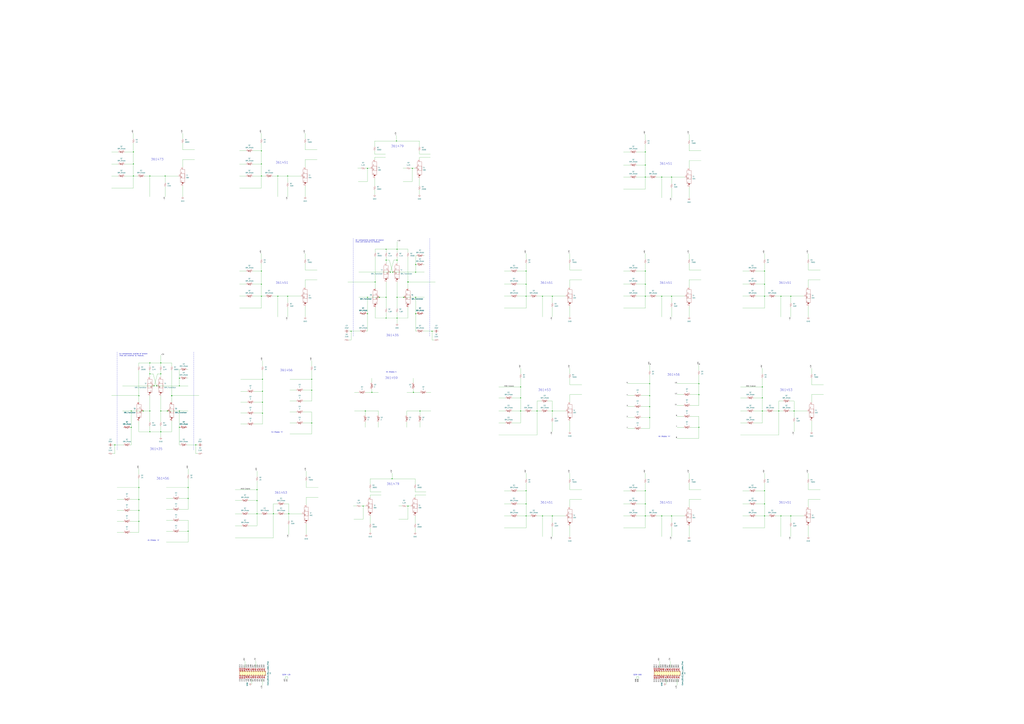
<source format=kicad_sch>
(kicad_sch (version 20211123) (generator eeschema)
  (paper "A0")
  (junction (at 173.99 204.47))
  (junction (at 431.8 455.93))
  (junction (at 922.02 477.52))
  (junction (at 501.65 384.81))
  (junction (at 166.37 477.52))
  (junction (at 298.45 581.66))
  (junction (at 749.3 570.23))
  (junction (at 749.3 344.17))
  (junction (at 426.72 195.58))
  (junction (at 435.61 327.66))
  (junction (at 448.31 289.56))
  (junction (at 749.3 205.74))
  (junction (at 473.71 327.66))
  (junction (at 610.87 585.47))
  (junction (at 304.8 467.36))
  (junction (at 629.92 599.44))
  (junction (at 754.38 485.14))
  (junction (at 303.53 330.2))
  (junction (at 303.53 175.26))
  (junction (at 610.87 570.23))
  (junction (at 322.58 204.47))
  (junction (at 317.5 596.9))
  (junction (at 768.35 205.74))
  (junction (at 610.87 344.17))
  (junction (at 749.3 585.47))
  (junction (at 754.38 445.77))
  (junction (at 154.94 190.5))
  (junction (at 754.38 472.44))
  (junction (at 361.95 440.69))
  (junction (at 161.29 566.42))
  (junction (at 154.94 176.53))
  (junction (at 298.45 568.96))
  (junction (at 303.53 344.17))
  (junction (at 322.58 344.17))
  (junction (at 887.73 344.17))
  (junction (at 186.69 434.34))
  (junction (at 304.8 480.06))
  (junction (at 361.95 453.39))
  (junction (at 335.28 596.9))
  (junction (at 480.06 455.93))
  (junction (at 478.79 195.58))
  (junction (at 303.53 314.96))
  (junction (at 918.21 599.44))
  (junction (at 152.4 477.52))
  (junction (at 604.52 462.28))
  (junction (at 641.35 599.44))
  (junction (at 768.35 344.17))
  (junction (at 610.87 599.44))
  (junction (at 768.35 599.44))
  (junction (at 424.18 477.52))
  (junction (at 461.01 302.26))
  (junction (at 604.52 449.58))
  (junction (at 906.78 599.44))
  (junction (at 885.19 449.58))
  (junction (at 173.99 501.65))
  (junction (at 421.64 588.01))
  (junction (at 208.28 439.42))
  (junction (at 629.92 344.17))
  (junction (at 482.6 364.49))
  (junction (at 455.93 316.23))
  (junction (at 173.99 421.64))
  (junction (at 473.71 327.6532))
  (junction (at 186.69 421.64))
  (junction (at 194.31 477.52))
  (junction (at 749.3 176.53))
  (junction (at 181.61 448.31))
  (junction (at 448.31 369.57))
  (junction (at 461.01 289.56))
  (junction (at 887.73 599.44))
  (junction (at 779.78 599.44))
  (junction (at 361.95 491.49))
  (junction (at 604.52 477.52))
  (junction (at 154.94 204.47))
  (junction (at 779.78 205.74))
  (junction (at 448.31 345.44))
  (junction (at 455.295 556.26))
  (junction (at 191.77 204.47))
  (junction (at 906.78 344.17))
  (junction (at 440.69 345.44))
  (junction (at 610.87 314.96))
  (junction (at 482.6 316.23))
  (junction (at 918.21 344.17))
  (junction (at 218.44 617.22))
  (junction (at 173.99 434.34))
  (junction (at 303.53 190.5))
  (junction (at 218.44 566.42))
  (junction (at 227.33 516.89))
  (junction (at 407.67 384.81))
  (junction (at 811.53 458.47))
  (junction (at 487.68 477.52))
  (junction (at 334.01 204.47))
  (junction (at 304.8 440.69))
  (junction (at 811.53 496.57))
  (junction (at 161.29 605.79))
  (junction (at 199.39 459.74))
  (junction (at 461.01 345.44))
  (junction (at 473.71 588.01))
  (junction (at 448.31 302.26))
  (junction (at 754.38 459.74))
  (junction (at 811.53 445.77))
  (junction (at 218.44 579.12))
  (junction (at 179.07 448.31))
  (junction (at 208.28 448.31))
  (junction (at 208.28 496.57))
  (junction (at 199.39 459.7332))
  (junction (at 641.35 344.17))
  (junction (at 461.01 369.57))
  (junction (at 304.8 454.66))
  (junction (at 887.73 314.96))
  (junction (at 152.4 496.57))
  (junction (at 885.19 477.52))
  (junction (at 426.72 364.49))
  (junction (at 610.87 330.2))
  (junction (at 453.39 316.23))
  (junction (at 298.45 596.9))
  (junction (at 887.73 330.2))
  (junction (at 303.53 204.47))
  (junction (at 887.73 570.23))
  (junction (at 641.35 477.52))
  (junction (at 623.57 477.52))
  (junction (at 186.69 501.65))
  (junction (at 904.24 477.52))
  (junction (at 208.28 477.52))
  (junction (at 885.19 462.28))
  (junction (at 173.99 477.52))
  (junction (at 482.6 307.34))
  (junction (at 468.63 345.44))
  (junction (at 161.29 593.09))
  (junction (at 887.73 585.47))
  (junction (at 749.3 191.77))
  (junction (at 482.6 345.44))
  (junction (at 460.375 163.83))
  (junction (at 779.78 344.17))
  (junction (at 186.69 477.52))
  (junction (at 161.29 580.39))
  (junction (at 426.72 345.44))
  (junction (at 749.3 330.2))
  (junction (at 749.3 314.96))
  (junction (at 161.29 459.74))
  (junction (at 749.3 599.44))
  (junction (at 133.35 516.89))
  (junction (at 334.01 344.17))
  (wire (pts (xy 208.28 429.26) (xy 209.55 429.26)))
  (wire (pts (xy 661.67 294.64) (xy 661.67 300.99)))
  (wire (pts (xy 212.09 185.42) (xy 226.06 185.42)))
  (wire (pts (xy 426.72 364.49) (xy 426.72 384.81)))
  (wire (pts (xy 482.6 384.81) (xy 483.87 384.81)))
  (wire (pts (xy 460.375 157.48) (xy 460.375 163.83)))
  (wire (pts (xy 641.35 490.22) (xy 641.35 501.65)))
  (wire (pts (xy 904.24 505.46) (xy 859.79 505.46)))
  (wire (pts (xy 900.43 344.17) (xy 906.78 344.17)))
  (wire (pts (xy 468.63 345.44) (xy 482.6 345.44)))
  (wire (pts (xy 208.28 477.52) (xy 218.44 477.52)))
  (wire (pts (xy 336.55 466.09) (xy 344.17 466.09)))
  (wire (pts (xy 455.295 556.26) (xy 481.965 556.26)))
  (wire (pts (xy 585.47 344.17) (xy 593.09 344.17)))
  (wire (pts (xy 218.44 579.12) (xy 218.44 566.42)))
  (wire (pts (xy 199.39 488.95) (xy 199.39 501.65)))
  (wire (pts (xy 294.64 467.36) (xy 304.8 467.36)))
  (wire (pts (xy 217.17 429.26) (xy 218.44 429.26)))
  (wire (pts (xy 481.965 575.31) (xy 494.665 575.31)))
  (wire (pts (xy 452.12 302.26) (xy 455.93 316.23)))
  (wire (pts (xy 154.94 176.53) (xy 144.78 176.53)))
  (wire (pts (xy 922.02 477.52) (xy 922.02 466.09)))
  (wire (pts (xy 877.57 344.17) (xy 887.73 344.17)))
  (wire (pts (xy 303.53 358.14) (xy 303.53 344.17)))
  (wire (pts (xy 461.01 345.44) (xy 461.01 358.14)))
  (wire (pts (xy 288.29 610.87) (xy 298.45 610.87)))
  (wire (pts (xy 193.04 604.52) (xy 200.66 604.52)))
  (wire (pts (xy 768.35 229.87) (xy 768.35 205.74)))
  (wire (pts (xy 641.35 356.87) (xy 641.35 368.3)))
  (wire (pts (xy 906.78 623.57) (xy 906.78 599.44)))
  (wire (pts (xy 661.67 467.36) (xy 661.67 458.47)))
  (wire (pts (xy 334.01 204.47) (xy 349.25 204.47)))
  (wire (pts (xy 481.965 577.85) (xy 481.965 575.31)))
  (wire (pts (xy 744.22 459.74) (xy 754.38 459.74)))
  (wire (pts (xy 186.69 501.65) (xy 173.99 501.65)))
  (wire (pts (xy 303.53 204.47) (xy 308.61 204.47)))
  (wire (pts (xy 768.35 344.17) (xy 779.78 344.17)))
  (wire (pts (xy 918.21 344.17) (xy 933.45 344.17)))
  (wire (pts (xy 434.975 182.88) (xy 447.675 182.88)))
  (wire (pts (xy 217.17 516.89) (xy 227.33 516.89)))
  (wire (pts (xy 448.31 289.56) (xy 461.01 289.56)))
  (wire (pts (xy 641.35 477.52) (xy 641.35 466.09)))
  (wire (pts (xy 279.4 454.66) (xy 287.02 454.66)))
  (wire (pts (xy 739.14 599.44) (xy 749.3 599.44)))
  (wire (pts (xy 336.55 478.79) (xy 344.17 478.79)))
  (wire (pts (xy 641.35 477.52) (xy 641.35 485.14)))
  (wire (pts (xy 800.1 568.96) (xy 814.07 568.96)))
  (wire (pts (xy 431.8 439.42) (xy 431.8 444.5)))
  (wire (pts (xy 600.71 344.17) (xy 610.87 344.17)))
  (wire (pts (xy 335.28 585.47) (xy 330.2 585.47)))
  (wire (pts (xy 416.56 345.44) (xy 426.72 345.44)))
  (wire (pts (xy 811.53 471.17) (xy 811.53 458.47)))
  (wire (pts (xy 142.24 448.31) (xy 179.07 448.31)))
  (wire (pts (xy 278.13 358.14) (xy 303.53 358.14)))
  (wire (pts (xy 292.1 788.67) (xy 292.1 795.02)))
  (wire (pts (xy 768.35 599.44) (xy 779.78 599.44)))
  (wire (pts (xy 407.67 394.97) (xy 407.67 384.81)))
  (wire (pts (xy 501.65 384.81) (xy 504.19 384.81)))
  (wire (pts (xy 421.64 603.25) (xy 421.64 588.01)))
  (wire (pts (xy 135.89 605.79) (xy 143.51 605.79)))
  (wire (pts (xy 354.33 355.6) (xy 354.33 368.3)))
  (wire (pts (xy 303.53 314.96) (xy 293.37 314.96)))
  (wire (pts (xy 473.71 327.66) (xy 473.71 335.28)))
  (wire (pts (xy 181.61 448.31) (xy 208.28 448.31)))
  (wire (pts (xy 728.98 497.84) (xy 736.6 497.84)))
  (wire (pts (xy 426.72 345.44) (xy 426.72 364.49)))
  (wire (pts (xy 212.09 166.37) (xy 212.09 173.99)))
  (wire (pts (xy 199.39 459.7332) (xy 199.39 459.74)))
  (wire (pts (xy 773.43 788.67) (xy 773.43 795.02)))
  (wire (pts (xy 152.4 477.52) (xy 152.4 496.57)))
  (wire (pts (xy 641.35 612.14) (xy 641.35 623.57)))
  (wire (pts (xy 154.94 176.53) (xy 154.94 190.5)))
  (wire (pts (xy 661.67 325.12) (xy 675.64 325.12)))
  (wire (pts (xy 749.3 613.41) (xy 749.3 599.44)))
  (wire (pts (xy 904.24 477.52) (xy 909.32 477.52)))
  (wire (pts (xy 133.35 516.89) (xy 143.51 516.89)))
  (wire (pts (xy 623.57 505.46) (xy 579.12 505.46)))
  (wire (pts (xy 304.8 454.66) (xy 304.8 467.36)))
  (wire (pts (xy 922.02 466.09) (xy 916.94 466.09)))
  (wire (pts (xy 779.78 344.17) (xy 779.78 351.79)))
  (wire (pts (xy 897.89 477.52) (xy 904.24 477.52)))
  (wire (pts (xy 585.47 585.47) (xy 593.09 585.47)))
  (wire (pts (xy 661.67 439.42) (xy 661.67 447.04)))
  (wire (pts (xy 800.1 561.34) (xy 800.1 568.96)))
  (wire (pts (xy 487.68 455.93) (xy 480.06 455.93)))
  (wire (pts (xy 403.86 327.66) (xy 435.61 327.66)))
  (wire (pts (xy 800.1 355.6) (xy 800.1 368.3)))
  (wire (pts (xy 424.18 455.93) (xy 431.8 455.93)))
  (wire (pts (xy 754.38 445.77) (xy 754.38 435.61)))
  (wire (pts (xy 661.67 610.87) (xy 661.67 623.57)))
  (wire (pts (xy 151.13 580.39) (xy 161.29 580.39)))
  (wire (pts (xy 154.94 204.47) (xy 160.02 204.47)))
  (wire (pts (xy 212.09 215.9) (xy 212.09 228.6)))
  (wire (pts (xy 482.6 364.49) (xy 483.87 364.49)))
  (wire (pts (xy 173.99 204.47) (xy 191.77 204.47)))
  (wire (pts (xy 351.79 466.09) (xy 361.95 466.09)))
  (wire (pts (xy 154.94 166.37) (xy 154.94 176.53)))
  (wire (pts (xy 610.87 599.44) (xy 615.95 599.44)))
  (wire (pts (xy 906.78 599.44) (xy 918.21 599.44)))
  (wire (pts (xy 744.22 472.44) (xy 754.38 472.44)))
  (wire (pts (xy 610.87 570.23) (xy 600.71 570.23)))
  (wire (pts (xy 811.53 509.27) (xy 811.53 496.57)))
  (wire (pts (xy 610.87 314.96) (xy 600.71 314.96)))
  (wire (pts (xy 604.52 449.58) (xy 604.52 462.28)))
  (wire (pts (xy 887.73 314.96) (xy 887.73 330.2)))
  (wire (pts (xy 800.1 217.17) (xy 800.1 229.87)))
  (wire (pts (xy 335.28 609.6) (xy 335.28 621.03)))
  (wire (pts (xy 431.8 455.93) (xy 439.42 455.93)))
  (wire (pts (xy 811.53 483.87) (xy 811.53 496.57)))
  (wire (pts (xy 218.44 566.42) (xy 218.44 556.26)))
  (wire (pts (xy 801.37 496.57) (xy 811.53 496.57)))
  (wire (pts (xy 472.44 482.6) (xy 472.44 477.52)))
  (wire (pts (xy 585.47 599.44) (xy 593.09 599.44)))
  (wire (pts (xy 161.29 421.64) (xy 173.99 421.64)))
  (wire (pts (xy 887.73 561.34) (xy 887.73 570.23)))
  (wire (pts (xy 629.92 344.17) (xy 641.35 344.17)))
  (wire (pts (xy 786.13 496.57) (xy 793.75 496.57)))
  (wire (pts (xy 448.31 298.45) (xy 448.31 302.26)))
  (wire (pts (xy 316.23 344.17) (xy 322.58 344.17)))
  (wire (pts (xy 322.58 368.3) (xy 322.58 344.17)))
  (wire (pts (xy 173.99 421.64) (xy 186.69 421.64)))
  (wire (pts (xy 439.42 490.22) (xy 439.42 496.57)))
  (wire (pts (xy 487.045 220.98) (xy 487.045 226.06)))
  (wire (pts (xy 916.94 477.52) (xy 922.02 477.52)))
  (wire (pts (xy 434.975 226.06) (xy 434.975 220.98)))
  (wire (pts (xy 429.895 556.26) (xy 455.295 556.26)))
  (wire (pts (xy 298.45 558.8) (xy 298.45 568.96)))
  (wire (pts (xy 600.71 599.44) (xy 610.87 599.44)))
  (wire (pts (xy 610.87 330.2) (xy 600.71 330.2)))
  (wire (pts (xy 473.71 603.25) (xy 473.71 588.01)))
  (wire (pts (xy 298.45 581.66) (xy 288.29 581.66)))
  (wire (pts (xy 623.57 599.44) (xy 629.92 599.44)))
  (wire (pts (xy 862.33 599.44) (xy 869.95 599.44)))
  (wire (pts (xy 461.01 345.44) (xy 468.63 345.44)))
  (wire (pts (xy 199.39 501.65) (xy 186.69 501.65)))
  (wire (pts (xy 193.04 579.12) (xy 200.66 579.12)))
  (wire (pts (xy 431.8 452.12) (xy 431.8 455.93)))
  (wire (pts (xy 482.6 345.44) (xy 482.6 364.49)))
  (wire (pts (xy 887.73 330.2) (xy 887.73 344.17)))
  (polyline (pts (xy 499.11 276.86) (xy 499.11 391.16)))
  (wire (pts (xy 779.78 599.44) (xy 779.78 607.06)))
  (wire (pts (xy 661.67 306.07) (xy 661.67 313.69)))
  (wire (pts (xy 434.975 163.83) (xy 460.375 163.83)))
  (wire (pts (xy 303.53 306.07) (xy 303.53 314.96)))
  (wire (pts (xy 800.1 334.01) (xy 800.1 325.12)))
  (wire (pts (xy 604.52 477.52) (xy 609.6 477.52)))
  (wire (pts (xy 186.69 434.34) (xy 186.69 438.15)))
  (wire (pts (xy 177.8 434.34) (xy 181.61 448.31)))
  (wire (pts (xy 354.33 334.01) (xy 354.33 325.12)))
  (wire (pts (xy 424.18 195.58) (xy 426.72 195.58)))
  (wire (pts (xy 491.49 307.34) (xy 492.76 307.34)))
  (wire (pts (xy 355.6 608.33) (xy 355.6 621.03)))
  (wire (pts (xy 293.37 204.47) (xy 303.53 204.47)))
  (wire (pts (xy 152.4 477.52) (xy 166.37 477.52)))
  (wire (pts (xy 135.89 566.42) (xy 161.29 566.42)))
  (wire (pts (xy 762 205.74) (xy 768.35 205.74)))
  (wire (pts (xy 887.73 306.07) (xy 887.73 314.96)))
  (wire (pts (xy 661.67 458.47) (xy 675.64 458.47)))
  (wire (pts (xy 859.79 477.52) (xy 867.41 477.52)))
  (wire (pts (xy 448.31 363.22) (xy 448.31 369.57)))
  (wire (pts (xy 218.44 544.83) (xy 218.44 551.18)))
  (wire (pts (xy 610.87 585.47) (xy 600.71 585.47)))
  (wire (pts (xy 885.19 491.49) (xy 885.19 477.52)))
  (wire (pts (xy 322.58 228.6) (xy 322.58 204.47)))
  (wire (pts (xy 501.65 394.97) (xy 501.65 384.81)))
  (wire (pts (xy 579.12 491.49) (xy 586.74 491.49)))
  (wire (pts (xy 610.87 561.34) (xy 610.87 570.23)))
  (wire (pts (xy 336.55 504.19) (xy 361.95 504.19)))
  (wire (pts (xy 311.15 596.9) (xy 317.5 596.9)))
  (wire (pts (xy 330.2 596.9) (xy 335.28 596.9)))
  (wire (pts (xy 800.1 175.26) (xy 814.07 175.26)))
  (wire (pts (xy 723.9 358.14) (xy 749.3 358.14)))
  (wire (pts (xy 723.9 570.23) (xy 731.52 570.23)))
  (wire (pts (xy 800.1 313.69) (xy 814.07 313.69)))
  (wire (pts (xy 193.04 566.42) (xy 218.44 566.42)))
  (wire (pts (xy 473.71 369.57) (xy 461.01 369.57)))
  (wire (pts (xy 415.925 210.82) (xy 426.72 210.82)))
  (wire (pts (xy 439.42 482.6) (xy 439.42 477.52)))
  (wire (pts (xy 161.29 580.39) (xy 161.29 593.09)))
  (wire (pts (xy 166.37 477.52) (xy 173.99 477.52)))
  (wire (pts (xy 887.73 294.64) (xy 887.73 300.99)))
  (wire (pts (xy 304.8 440.69) (xy 304.8 454.66)))
  (wire (pts (xy 448.31 369.57) (xy 435.61 369.57)))
  (wire (pts (xy 487.045 163.83) (xy 487.045 170.18)))
  (wire (pts (xy 173.99 421.64) (xy 173.99 425.45)))
  (wire (pts (xy 336.55 440.69) (xy 361.95 440.69)))
  (wire (pts (xy 922.02 477.52) (xy 922.02 485.14)))
  (wire (pts (xy 297.18 768.35) (xy 297.18 775.97)))
  (wire (pts (xy 208.28 477.52) (xy 208.28 496.57)))
  (wire (pts (xy 208.28 448.31) (xy 218.44 448.31)))
  (wire (pts (xy 473.71 356.87) (xy 473.71 369.57)))
  (wire (pts (xy 298.45 568.96) (xy 298.45 581.66)))
  (wire (pts (xy 294.64 454.66) (xy 304.8 454.66)))
  (wire (pts (xy 304.8 788.67) (xy 304.8 796.29)))
  (wire (pts (xy 208.28 439.42) (xy 209.55 439.42)))
  (wire (pts (xy 421.64 588.01) (xy 424.815 588.01)))
  (wire (pts (xy 434.975 170.18) (xy 434.975 163.83)))
  (wire (pts (xy 875.03 491.49) (xy 885.19 491.49)))
  (wire (pts (xy 585.47 613.41) (xy 610.87 613.41)))
  (wire (pts (xy 294.64 480.06) (xy 304.8 480.06)))
  (wire (pts (xy 749.3 358.14) (xy 749.3 344.17)))
  (wire (pts (xy 273.05 610.87) (xy 280.67 610.87)))
  (wire (pts (xy 887.73 344.17) (xy 892.81 344.17)))
  (wire (pts (xy 938.53 561.34) (xy 938.53 568.96)))
  (wire (pts (xy 151.13 605.79) (xy 161.29 605.79)))
  (wire (pts (xy 361.95 419.1) (xy 361.95 425.45)))
  (wire (pts (xy 355.6 547.37) (xy 355.6 553.72)))
  (wire (pts (xy 424.18 477.52) (xy 439.42 477.52)))
  (wire (pts (xy 779.78 344.17) (xy 795.02 344.17)))
  (wire (pts (xy 604.52 439.42) (xy 604.52 449.58)))
  (wire (pts (xy 278.13 204.47) (xy 285.75 204.47)))
  (wire (pts (xy 641.35 477.52) (xy 656.59 477.52)))
  (wire (pts (xy 723.9 314.96) (xy 731.52 314.96)))
  (wire (pts (xy 354.33 185.42) (xy 368.3 185.42)))
  (wire (pts (xy 749.3 585.47) (xy 739.14 585.47)))
  (wire (pts (xy 623.57 344.17) (xy 629.92 344.17)))
  (wire (pts (xy 900.43 599.44) (xy 906.78 599.44)))
  (wire (pts (xy 741.68 786.13) (xy 741.68 788.67)))
  (wire (pts (xy 355.6 558.8) (xy 355.6 566.42)))
  (wire (pts (xy 298.45 596.9) (xy 288.29 596.9)))
  (wire (pts (xy 473.71 588.01) (xy 476.885 588.01)))
  (wire (pts (xy 407.67 384.81) (xy 405.13 384.81)))
  (wire (pts (xy 186.69 412.75) (xy 186.69 421.64)))
  (wire (pts (xy 355.6 586.74) (xy 355.6 577.85)))
  (wire (pts (xy 859.79 462.28) (xy 867.41 462.28)))
  (wire (pts (xy 173.99 434.34) (xy 173.99 438.15)))
  (wire (pts (xy 448.31 345.44) (xy 448.31 358.14)))
  (wire (pts (xy 885.19 462.28) (xy 885.19 477.52)))
  (wire (pts (xy 749.3 330.2) (xy 739.14 330.2)))
  (wire (pts (xy 942.34 458.47) (xy 956.31 458.47)))
  (wire (pts (xy 129.54 204.47) (xy 137.16 204.47)))
  (wire (pts (xy 779.78 612.14) (xy 779.78 623.57)))
  (wire (pts (xy 909.32 466.09) (xy 904.24 466.09)))
  (wire (pts (xy 579.12 449.58) (xy 604.52 449.58)))
  (wire (pts (xy 434.975 179.07) (xy 447.675 179.07)))
  (wire (pts (xy 629.92 368.3) (xy 629.92 344.17)))
  (wire (pts (xy 278.13 190.5) (xy 285.75 190.5)))
  (wire (pts (xy 862.33 330.2) (xy 869.95 330.2)))
  (wire (pts (xy 416.56 316.23) (xy 453.39 316.23)))
  (wire (pts (xy 859.79 449.58) (xy 885.19 449.58)))
  (wire (pts (xy 457.2 302.26) (xy 453.39 316.23)))
  (wire (pts (xy 135.89 580.39) (xy 143.51 580.39)))
  (wire (pts (xy 278.13 314.96) (xy 285.75 314.96)))
  (wire (pts (xy 473.71 327.6532) (xy 473.71 327.66)))
  (wire (pts (xy 661.67 447.04) (xy 675.64 447.04)))
  (wire (pts (xy 429.895 567.69) (xy 429.895 571.5)))
  (wire (pts (xy 273.05 568.96) (xy 298.45 568.96)))
  (wire (pts (xy 151.13 618.49) (xy 161.29 618.49)))
  (wire (pts (xy 800.1 610.87) (xy 800.1 623.57)))
  (wire (pts (xy 229.87 527.05) (xy 227.33 527.05)))
  (wire (pts (xy 887.73 585.47) (xy 887.73 599.44)))
  (wire (pts (xy 303.53 175.26) (xy 303.53 190.5)))
  (wire (pts (xy 152.4 516.89) (xy 151.13 516.89)))
  (wire (pts (xy 800.1 167.64) (xy 800.1 175.26)))
  (wire (pts (xy 744.22 497.84) (xy 754.38 497.84)))
  (wire (pts (xy 303.53 166.37) (xy 303.53 175.26)))
  (wire (pts (xy 448.31 345.44) (xy 448.31 327.66)))
  (wire (pts (xy 334.01 217.17) (xy 334.01 228.6)))
  (wire (pts (xy 303.53 330.2) (xy 293.37 330.2)))
  (wire (pts (xy 473.71 327.66) (xy 505.46 327.66)))
  (wire (pts (xy 918.21 612.14) (xy 918.21 623.57)))
  (wire (pts (xy 723.9 219.71) (xy 749.3 219.71)))
  (wire (pts (xy 440.69 345.44) (xy 448.31 345.44)))
  (wire (pts (xy 429.895 562.61) (xy 429.895 556.26)))
  (wire (pts (xy 749.3 294.64) (xy 749.3 300.99)))
  (wire (pts (xy 448.31 302.26) (xy 448.31 306.07)))
  (wire (pts (xy 336.55 453.39) (xy 344.17 453.39)))
  (wire (pts (xy 579.12 477.52) (xy 586.74 477.52)))
  (wire (pts (xy 728.98 459.74) (xy 736.6 459.74)))
  (wire (pts (xy 351.79 491.49) (xy 361.95 491.49)))
  (wire (pts (xy 411.48 455.93) (xy 416.56 455.93)))
  (wire (pts (xy 800.1 294.64) (xy 800.1 300.99)))
  (wire (pts (xy 786.13 483.87) (xy 793.75 483.87)))
  (wire (pts (xy 144.78 204.47) (xy 154.94 204.47)))
  (wire (pts (xy 749.3 314.96) (xy 739.14 314.96)))
  (wire (pts (xy 887.73 358.14) (xy 887.73 344.17)))
  (wire (pts (xy 610.87 306.07) (xy 610.87 314.96)))
  (wire (pts (xy 749.3 205.74) (xy 754.38 205.74)))
  (wire (pts (xy 786.13 445.77) (xy 811.53 445.77)))
  (wire (pts (xy 354.33 194.31) (xy 354.33 185.42)))
  (wire (pts (xy 161.29 566.42) (xy 161.29 556.26)))
  (wire (pts (xy 749.3 314.96) (xy 749.3 330.2)))
  (wire (pts (xy 749.3 167.64) (xy 749.3 176.53)))
  (wire (pts (xy 194.31 477.52) (xy 208.28 477.52)))
  (wire (pts (xy 768.35 368.3) (xy 768.35 344.17)))
  (wire (pts (xy 918.21 356.87) (xy 918.21 368.3)))
  (wire (pts (xy 481.965 556.26) (xy 481.965 562.61)))
  (wire (pts (xy 462.915 603.25) (xy 473.71 603.25)))
  (wire (pts (xy 754.38 485.14) (xy 754.38 497.84)))
  (wire (pts (xy 279.4 492.76) (xy 287.02 492.76)))
  (wire (pts (xy 641.35 466.09) (xy 636.27 466.09)))
  (wire (pts (xy 161.29 421.64) (xy 161.29 425.45)))
  (wire (pts (xy 354.33 306.07) (xy 354.33 313.69)))
  (wire (pts (xy 448.31 289.56) (xy 448.31 293.37)))
  (wire (pts (xy 429.895 577.85) (xy 429.895 575.31)))
  (wire (pts (xy 762 599.44) (xy 768.35 599.44)))
  (wire (pts (xy 800.1 306.07) (xy 800.1 313.69)))
  (wire (pts (xy 487.68 477.52) (xy 487.68 482.6)))
  (wire (pts (xy 407.67 384.81) (xy 417.83 384.81)))
  (wire (pts (xy 739.14 788.67) (xy 739.14 786.13)))
  (wire (pts (xy 918.21 599.44) (xy 933.45 599.44)))
  (wire (pts (xy 768.35 205.74) (xy 779.78 205.74)))
  (wire (pts (xy 448.31 302.26) (xy 452.12 302.26)))
  (wire (pts (xy 331.47 788.67) (xy 331.47 786.13)))
  (wire (pts (xy 480.06 439.42) (xy 480.06 444.5)))
  (wire (pts (xy 461.01 302.26) (xy 457.2 302.26)))
  (wire (pts (xy 322.58 585.47) (xy 317.5 585.47)))
  (wire (pts (xy 217.17 439.42) (xy 218.44 439.42)))
  (wire (pts (xy 316.23 204.47) (xy 322.58 204.47)))
  (wire (pts (xy 885.19 462.28) (xy 875.03 462.28)))
  (wire (pts (xy 504.19 394.97) (xy 501.65 394.97)))
  (wire (pts (xy 317.5 596.9) (xy 322.58 596.9)))
  (wire (pts (xy 154.94 218.44) (xy 154.94 204.47)))
  (wire (pts (xy 303.53 190.5) (xy 303.53 204.47)))
  (wire (pts (xy 487.045 185.42) (xy 487.045 182.88)))
  (wire (pts (xy 800.1 195.58) (xy 800.1 186.69)))
  (wire (pts (xy 749.3 570.23) (xy 739.14 570.23)))
  (wire (pts (xy 455.93 316.23) (xy 482.6 316.23)))
  (wire (pts (xy 435.61 289.56) (xy 448.31 289.56)))
  (wire (pts (xy 415.29 195.58) (xy 419.1 195.58)))
  (wire (pts (xy 199.39 459.74) (xy 231.14 459.74)))
  (wire (pts (xy 779.78 356.87) (xy 779.78 368.3)))
  (wire (pts (xy 191.77 204.47) (xy 191.77 212.09)))
  (wire (pts (xy 335.28 596.9) (xy 335.28 604.52)))
  (wire (pts (xy 938.53 589.28) (xy 938.53 580.39)))
  (wire (pts (xy 186.69 477.52) (xy 186.69 490.22)))
  (wire (pts (xy 361.95 478.79) (xy 361.95 491.49)))
  (wire (pts (xy 173.99 430.53) (xy 173.99 434.34)))
  (wire (pts (xy 749.3 219.71) (xy 749.3 205.74)))
  (wire (pts (xy 887.73 570.23) (xy 877.57 570.23)))
  (wire (pts (xy 754.38 424.18) (xy 754.38 430.53)))
  (wire (pts (xy 199.39 430.53) (xy 199.39 459.7332)))
  (wire (pts (xy 129.54 218.44) (xy 154.94 218.44)))
  (wire (pts (xy 481.965 567.69) (xy 481.965 571.5)))
  (wire (pts (xy 434.975 175.26) (xy 434.975 179.07)))
  (wire (pts (xy 334.01 356.87) (xy 334.01 368.3)))
  (wire (pts (xy 278.13 330.2) (xy 285.75 330.2)))
  (wire (pts (xy 604.52 427.99) (xy 604.52 434.34)))
  (wire (pts (xy 354.33 215.9) (xy 354.33 228.6)))
  (wire (pts (xy 161.29 430.53) (xy 161.29 459.74)))
  (wire (pts (xy 133.35 527.05) (xy 133.35 516.89)))
  (wire (pts (xy 623.57 466.09) (xy 623.57 477.52)))
  (wire (pts (xy 862.33 613.41) (xy 887.73 613.41)))
  (wire (pts (xy 429.895 618.49) (xy 429.895 613.41)))
  (wire (pts (xy 426.72 384.81) (xy 425.45 384.81)))
  (wire (pts (xy 279.4 440.69) (xy 304.8 440.69)))
  (wire (pts (xy 461.01 369.57) (xy 461.01 375.92)))
  (wire (pts (xy 482.6 307.34) (xy 482.6 316.23)))
  (wire (pts (xy 161.29 605.79) (xy 161.29 618.49)))
  (wire (pts (xy 801.37 483.87) (xy 811.53 483.87)))
  (wire (pts (xy 478.79 210.82) (xy 478.79 195.58)))
  (wire (pts (xy 723.9 344.17) (xy 731.52 344.17)))
  (wire (pts (xy 942.34 439.42) (xy 942.34 447.04)))
  (wire (pts (xy 610.87 358.14) (xy 610.87 344.17)))
  (wire (pts (xy 749.3 549.91) (xy 749.3 556.26)))
  (wire (pts (xy 749.3 306.07) (xy 749.3 314.96)))
  (wire (pts (xy 749.3 191.77) (xy 749.3 205.74)))
  (wire (pts (xy 429.895 599.44) (xy 429.895 608.33)))
  (wire (pts (xy 885.19 449.58) (xy 885.19 462.28)))
  (wire (pts (xy 218.44 604.52) (xy 218.44 617.22)))
  (wire (pts (xy 278.13 344.17) (xy 285.75 344.17)))
  (wire (pts (xy 129.54 190.5) (xy 137.16 190.5)))
  (wire (pts (xy 938.53 325.12) (xy 952.5 325.12)))
  (wire (pts (xy 130.81 527.05) (xy 133.35 527.05)))
  (wire (pts (xy 922.02 477.52) (xy 937.26 477.52)))
  (wire (pts (xy 304.8 480.06) (xy 304.8 492.76)))
  (wire (pts (xy 461.01 289.56) (xy 461.01 293.37)))
  (wire (pts (xy 426.72 364.49) (xy 425.45 364.49)))
  (wire (pts (xy 739.14 205.74) (xy 749.3 205.74)))
  (wire (pts (xy 723.9 585.47) (xy 731.52 585.47)))
  (wire (pts (xy 133.35 516.89) (xy 130.81 516.89)))
  (wire (pts (xy 461.01 289.56) (xy 473.71 289.56)))
  (wire (pts (xy 335.28 596.9) (xy 350.52 596.9)))
  (wire (pts (xy 351.79 453.39) (xy 361.95 453.39)))
  (wire (pts (xy 585.47 358.14) (xy 610.87 358.14)))
  (wire (pts (xy 461.01 327.66) (xy 461.01 345.44)))
  (wire (pts (xy 351.79 478.79) (xy 361.95 478.79)))
  (wire (pts (xy 585.47 330.2) (xy 593.09 330.2)))
  (wire (pts (xy 482.6 316.23) (xy 492.76 316.23)))
  (wire (pts (xy 938.53 568.96) (xy 952.5 568.96)))
  (wire (pts (xy 661.67 589.28) (xy 661.67 580.39)))
  (wire (pts (xy 779.78 205.74) (xy 795.02 205.74)))
  (wire (pts (xy 129.54 176.53) (xy 137.16 176.53)))
  (wire (pts (xy 610.87 344.17) (xy 615.95 344.17)))
  (wire (pts (xy 467.995 195.58) (xy 471.805 195.58)))
  (wire (pts (xy 410.21 588.01) (xy 414.02 588.01)))
  (wire (pts (xy 749.3 176.53) (xy 749.3 191.77)))
  (wire (pts (xy 279.4 480.06) (xy 287.02 480.06)))
  (wire (pts (xy 354.33 294.64) (xy 354.33 300.99)))
  (wire (pts (xy 887.73 314.96) (xy 877.57 314.96)))
  (wire (pts (xy 610.87 585.47) (xy 610.87 599.44)))
  (wire (pts (xy 334.01 344.17) (xy 334.01 351.79)))
  (wire (pts (xy 424.18 490.22) (xy 424.18 496.57)))
  (wire (pts (xy 161.29 566.42) (xy 161.29 580.39)))
  (wire (pts (xy 661.67 580.39) (xy 675.64 580.39)))
  (wire (pts (xy 500.38 477.52) (xy 487.68 477.52)))
  (wire (pts (xy 186.69 459.74) (xy 186.69 477.52)))
  (wire (pts (xy 161.29 593.09) (xy 161.29 605.79)))
  (wire (pts (xy 317.5 624.84) (xy 273.05 624.84)))
  (wire (pts (xy 135.89 618.49) (xy 143.51 618.49)))
  (wire (pts (xy 182.88 434.34) (xy 179.07 448.31)))
  (wire (pts (xy 273.05 581.66) (xy 280.67 581.66)))
  (wire (pts (xy 604.52 477.52) (xy 594.36 477.52)))
  (wire (pts (xy 411.48 477.52) (xy 424.18 477.52)))
  (wire (pts (xy 478.79 195.58) (xy 481.965 195.58)))
  (wire (pts (xy 800.1 580.39) (xy 814.07 580.39)))
  (wire (pts (xy 482.6 364.49) (xy 482.6 384.81)))
  (wire (pts (xy 918.21 344.17) (xy 918.21 351.79)))
  (wire (pts (xy 303.53 190.5) (xy 293.37 190.5)))
  (wire (pts (xy 455.295 549.91) (xy 455.295 556.26)))
  (wire (pts (xy 487.045 179.07) (xy 499.745 179.07)))
  (wire (pts (xy 723.9 613.41) (xy 749.3 613.41)))
  (wire (pts (xy 435.61 369.57) (xy 435.61 356.87)))
  (wire (pts (xy 173.99 477.52) (xy 173.99 490.22)))
  (wire (pts (xy 298.45 596.9) (xy 303.53 596.9)))
  (wire (pts (xy 480.06 455.93) (xy 472.44 455.93)))
  (wire (pts (xy 811.53 458.47) (xy 811.53 445.77)))
  (wire (pts (xy 723.9 191.77) (xy 731.52 191.77)))
  (wire (pts (xy 279.4 467.36) (xy 287.02 467.36)))
  (wire (pts (xy 754.38 459.74) (xy 754.38 472.44)))
  (wire (pts (xy 322.58 204.47) (xy 334.01 204.47)))
  (wire (pts (xy 800.1 156.21) (xy 800.1 162.56)))
  (wire (pts (xy 811.53 445.77) (xy 811.53 435.61)))
  (wire (pts (xy 862.33 570.23) (xy 869.95 570.23)))
  (wire (pts (xy 173.99 477.52) (xy 173.99 459.74)))
  (wire (pts (xy 786.13 788.67) (xy 786.13 796.29)))
  (wire (pts (xy 604.52 462.28) (xy 594.36 462.28)))
  (wire (pts (xy 938.53 580.39) (xy 952.5 580.39)))
  (wire (pts (xy 303.53 154.94) (xy 303.53 161.29)))
  (wire (pts (xy 154.94 154.94) (xy 154.94 161.29)))
  (wire (pts (xy 942.34 427.99) (xy 942.34 434.34)))
  (wire (pts (xy 191.77 204.47) (xy 207.01 204.47)))
  (wire (pts (xy 942.34 467.36) (xy 942.34 458.47)))
  (wire (pts (xy 208.28 496.57) (xy 209.55 496.57)))
  (wire (pts (xy 862.33 314.96) (xy 869.95 314.96)))
  (wire (pts (xy 728.98 485.14) (xy 736.6 485.14)))
  (wire (pts (xy 938.53 610.87) (xy 938.53 623.57)))
  (wire (pts (xy 467.995 210.82) (xy 478.79 210.82)))
  (wire (pts (xy 334.01 344.17) (xy 349.25 344.17)))
  (wire (pts (xy 298.45 610.87) (xy 298.45 596.9)))
  (wire (pts (xy 462.915 588.01) (xy 466.725 588.01)))
  (wire (pts (xy 862.33 358.14) (xy 887.73 358.14)))
  (wire (pts (xy 487.045 182.88) (xy 499.745 182.88)))
  (wire (pts (xy 434.975 207.01) (xy 434.975 215.9)))
  (wire (pts (xy 193.04 617.22) (xy 200.66 617.22)))
  (wire (pts (xy 426.72 345.44) (xy 440.69 345.44)))
  (wire (pts (xy 303.53 218.44) (xy 303.53 204.47)))
  (wire (pts (xy 303.53 294.64) (xy 303.53 300.99)))
  (wire (pts (xy 579.12 462.28) (xy 586.74 462.28)))
  (wire (pts (xy 186.69 501.65) (xy 186.69 508)))
  (wire (pts (xy 617.22 477.52) (xy 623.57 477.52)))
  (wire (pts (xy 749.3 330.2) (xy 749.3 344.17)))
  (wire (pts (xy 429.895 575.31) (xy 442.595 575.31)))
  (wire (pts (xy 284.48 768.35) (xy 284.48 775.97)))
  (wire (pts (xy 918.21 599.44) (xy 918.21 607.06)))
  (wire (pts (xy 786.13 471.17) (xy 793.75 471.17)))
  (wire (pts (xy 424.18 477.52) (xy 424.18 482.6)))
  (wire (pts (xy 303.53 175.26) (xy 293.37 175.26)))
  (wire (pts (xy 461.01 369.57) (xy 448.31 369.57)))
  (wire (pts (xy 661.67 355.6) (xy 661.67 368.3)))
  (wire (pts (xy 491.49 297.18) (xy 492.76 297.18)))
  (wire (pts (xy 473.71 289.56) (xy 473.71 293.37)))
  (wire (pts (xy 173.99 204.47) (xy 173.99 228.6)))
  (wire (pts (xy 487.68 477.52) (xy 472.44 477.52)))
  (wire (pts (xy 429.895 571.5) (xy 442.595 571.5)))
  (wire (pts (xy 151.13 593.09) (xy 161.29 593.09)))
  (wire (pts (xy 227.33 527.05) (xy 227.33 516.89)))
  (wire (pts (xy 885.19 477.52) (xy 890.27 477.52)))
  (wire (pts (xy 278.13 175.26) (xy 285.75 175.26)))
  (wire (pts (xy 405.13 394.97) (xy 407.67 394.97)))
  (wire (pts (xy 317.5 596.9) (xy 317.5 624.84)))
  (wire (pts (xy 906.78 368.3) (xy 906.78 344.17)))
  (wire (pts (xy 331.47 786.13) (xy 334.01 786.13)))
  (wire (pts (xy 218.44 629.92) (xy 218.44 617.22)))
  (wire (pts (xy 410.845 603.25) (xy 421.64 603.25)))
  (wire (pts (xy 208.28 429.26) (xy 208.28 439.42)))
  (wire (pts (xy 887.73 570.23) (xy 887.73 585.47)))
  (wire (pts (xy 199.39 459.74) (xy 199.39 467.36)))
  (wire (pts (xy 938.53 313.69) (xy 952.5 313.69)))
  (wire (pts (xy 800.1 186.69) (xy 814.07 186.69)))
  (wire (pts (xy 173.99 495.3) (xy 173.99 501.65)))
  (wire (pts (xy 768.35 623.57) (xy 768.35 599.44)))
  (wire (pts (xy 765.81 768.35) (xy 765.81 775.97)))
  (wire (pts (xy 481.965 599.44) (xy 481.965 608.33)))
  (wire (pts (xy 942.34 488.95) (xy 942.34 501.65)))
  (wire (pts (xy 152.4 496.57) (xy 152.4 516.89)))
  (wire (pts (xy 723.9 330.2) (xy 731.52 330.2)))
  (wire (pts (xy 154.94 190.5) (xy 154.94 204.47)))
  (wire (pts (xy 610.87 330.2) (xy 610.87 344.17)))
  (wire (pts (xy 482.6 297.18) (xy 482.6 307.34)))
  (wire (pts (xy 938.53 306.07) (xy 938.53 313.69)))
  (wire (pts (xy 594.36 491.49) (xy 604.52 491.49)))
  (wire (pts (xy 471.805 588.01) (xy 473.71 588.01)))
  (wire (pts (xy 904.24 477.52) (xy 904.24 505.46)))
  (wire (pts (xy 628.65 466.09) (xy 623.57 466.09)))
  (wire (pts (xy 610.87 549.91) (xy 610.87 556.26)))
  (wire (pts (xy 460.375 163.83) (xy 487.045 163.83)))
  (wire (pts (xy 641.35 344.17) (xy 656.59 344.17)))
  (wire (pts (xy 877.57 599.44) (xy 887.73 599.44)))
  (wire (pts (xy 779.78 218.44) (xy 779.78 229.87)))
  (wire (pts (xy 629.92 599.44) (xy 641.35 599.44)))
  (wire (pts (xy 361.95 504.19) (xy 361.95 491.49)))
  (wire (pts (xy 636.27 477.52) (xy 641.35 477.52)))
  (wire (pts (xy 298.45 547.37) (xy 298.45 553.72)))
  (wire (pts (xy 728.98 445.77) (xy 754.38 445.77)))
  (wire (pts (xy 723.9 205.74) (xy 731.52 205.74)))
  (wire (pts (xy 862.33 344.17) (xy 869.95 344.17)))
  (wire (pts (xy 304.8 419.1) (xy 304.8 425.45)))
  (wire (pts (xy 585.47 314.96) (xy 593.09 314.96)))
  (wire (pts (xy 227.33 516.89) (xy 229.87 516.89)))
  (wire (pts (xy 208.28 579.12) (xy 218.44 579.12)))
  (wire (pts (xy 661.67 568.96) (xy 675.64 568.96)))
  (wire (pts (xy 922.02 490.22) (xy 922.02 501.65)))
  (wire (pts (xy 723.9 599.44) (xy 731.52 599.44)))
  (wire (pts (xy 604.52 462.28) (xy 604.52 477.52)))
  (wire (pts (xy 723.9 176.53) (xy 731.52 176.53)))
  (wire (pts (xy 487.045 207.01) (xy 487.045 215.9)))
  (wire (pts (xy 199.39 421.64) (xy 199.39 425.45)))
  (wire (pts (xy 942.34 447.04) (xy 956.31 447.04)))
  (wire (pts (xy 786.13 509.27) (xy 811.53 509.27)))
  (wire (pts (xy 186.69 434.34) (xy 182.88 434.34)))
  (wire (pts (xy 938.53 294.64) (xy 938.53 300.99)))
  (wire (pts (xy 354.33 173.99) (xy 368.3 173.99)))
  (wire (pts (xy 887.73 613.41) (xy 887.73 599.44)))
  (wire (pts (xy 800.1 589.28) (xy 800.1 580.39)))
  (wire (pts (xy 434.975 185.42) (xy 434.975 182.88)))
  (wire (pts (xy 610.87 613.41) (xy 610.87 599.44)))
  (wire (pts (xy 906.78 344.17) (xy 918.21 344.17)))
  (wire (pts (xy 304.8 467.36) (xy 304.8 480.06)))
  (wire (pts (xy 212.09 173.99) (xy 226.06 173.99)))
  (wire (pts (xy 186.69 430.53) (xy 186.69 434.34)))
  (wire (pts (xy 135.89 593.09) (xy 143.51 593.09)))
  (wire (pts (xy 754.38 472.44) (xy 754.38 485.14)))
  (wire (pts (xy 193.04 629.92) (xy 218.44 629.92)))
  (wire (pts (xy 938.53 334.01) (xy 938.53 325.12)))
  (wire (pts (xy 728.98 472.44) (xy 736.6 472.44)))
  (wire (pts (xy 938.53 355.6) (xy 938.53 368.3)))
  (wire (pts (xy 273.05 596.9) (xy 280.67 596.9)))
  (wire (pts (xy 487.68 490.22) (xy 487.68 496.57)))
  (wire (pts (xy 173.99 434.34) (xy 177.8 434.34)))
  (wire (pts (xy 161.29 459.74) (xy 161.29 467.36)))
  (wire (pts (xy 354.33 313.69) (xy 368.3 313.69)))
  (wire (pts (xy 208.28 591.82) (xy 218.44 591.82)))
  (wire (pts (xy 186.69 421.64) (xy 186.69 425.45)))
  (wire (pts (xy 186.69 495.3) (xy 186.69 501.65)))
  (wire (pts (xy 355.6 566.42) (xy 369.57 566.42)))
  (wire (pts (xy 938.53 549.91) (xy 938.53 556.26)))
  (wire (pts (xy 801.37 471.17) (xy 811.53 471.17)))
  (wire (pts (xy 161.29 544.83) (xy 161.29 551.18)))
  (wire (pts (xy 173.99 501.65) (xy 161.29 501.65)))
  (wire (pts (xy 336.55 491.49) (xy 344.17 491.49)))
  (wire (pts (xy 885.19 439.42) (xy 885.19 449.58)))
  (wire (pts (xy 661.67 427.99) (xy 661.67 434.34)))
  (wire (pts (xy 304.8 440.69) (xy 304.8 430.53)))
  (wire (pts (xy 859.79 491.49) (xy 867.41 491.49)))
  (wire (pts (xy 610.87 294.64) (xy 610.87 300.99)))
  (wire (pts (xy 161.29 501.65) (xy 161.29 488.95)))
  (wire (pts (xy 623.57 477.52) (xy 628.65 477.52)))
  (wire (pts (xy 481.965 571.5) (xy 494.665 571.5)))
  (wire (pts (xy 749.3 176.53) (xy 739.14 176.53)))
  (wire (pts (xy 293.37 344.17) (xy 303.53 344.17)))
  (wire (pts (xy 186.69 421.64) (xy 199.39 421.64)))
  (wire (pts (xy 335.28 596.9) (xy 335.28 585.47)))
  (wire (pts (xy 354.33 325.12) (xy 368.3 325.12)))
  (polyline (pts (xy 135.89 408.94) (xy 135.89 523.24)))
  (wire (pts (xy 472.44 490.22) (xy 472.44 496.57)))
  (wire (pts (xy 739.14 344.17) (xy 749.3 344.17)))
  (wire (pts (xy 355.6 577.85) (xy 369.57 577.85)))
  (wire (pts (xy 739.14 786.13) (xy 741.68 786.13)))
  (wire (pts (xy 167.64 204.47) (xy 173.99 204.47)))
  (wire (pts (xy 481.965 613.41) (xy 481.965 618.49)))
  (wire (pts (xy 749.3 561.34) (xy 749.3 570.23)))
  (wire (pts (xy 480.06 452.12) (xy 480.06 455.93)))
  (polyline (pts (xy 224.79 408.94) (xy 224.79 523.24)))
  (wire (pts (xy 142.24 477.52) (xy 152.4 477.52)))
  (wire (pts (xy 749.3 344.17) (xy 754.38 344.17)))
  (wire (pts (xy 361.95 466.09) (xy 361.95 453.39)))
  (wire (pts (xy 473.71 298.45) (xy 473.71 327.6532)))
  (wire (pts (xy 419.1 588.01) (xy 421.64 588.01)))
  (wire (pts (xy 610.87 314.96) (xy 610.87 330.2)))
  (wire (pts (xy 641.35 599.44) (xy 641.35 607.06)))
  (wire (pts (xy 129.54 459.74) (xy 161.29 459.74)))
  (wire (pts (xy 461.01 363.22) (xy 461.01 369.57)))
  (wire (pts (xy 604.52 491.49) (xy 604.52 477.52)))
  (wire (pts (xy 334.01 204.47) (xy 334.01 212.09)))
  (wire (pts (xy 495.3 455.93) (xy 500.38 455.93)))
  (wire (pts (xy 212.09 154.94) (xy 212.09 161.29)))
  (wire (pts (xy 334.01 786.13) (xy 334.01 788.67)))
  (wire (pts (xy 218.44 591.82) (xy 218.44 579.12)))
  (wire (pts (xy 862.33 585.47) (xy 869.95 585.47)))
  (wire (pts (xy 491.49 384.81) (xy 501.65 384.81)))
  (wire (pts (xy 585.47 570.23) (xy 593.09 570.23)))
  (wire (pts (xy 801.37 458.47) (xy 811.53 458.47)))
  (wire (pts (xy 482.6 307.34) (xy 483.87 307.34)))
  (wire (pts (xy 208.28 516.89) (xy 209.55 516.89)))
  (wire (pts (xy 487.045 175.26) (xy 487.045 179.07)))
  (wire (pts (xy 361.95 440.69) (xy 361.95 430.53)))
  (wire (pts (xy 749.3 599.44) (xy 754.38 599.44)))
  (wire (pts (xy 303.53 314.96) (xy 303.53 330.2)))
  (wire (pts (xy 749.3 585.47) (xy 749.3 599.44)))
  (wire (pts (xy 661.67 313.69) (xy 675.64 313.69)))
  (wire (pts (xy 212.09 194.31) (xy 212.09 185.42)))
  (wire (pts (xy 811.53 424.18) (xy 811.53 430.53)))
  (wire (pts (xy 461.01 280.67) (xy 461.01 289.56)))
  (wire (pts (xy 303.53 344.17) (xy 308.61 344.17)))
  (wire (pts (xy 278.13 218.44) (xy 303.53 218.44)))
  (wire (pts (xy 208.28 496.57) (xy 208.28 516.89)))
  (wire (pts (xy 887.73 330.2) (xy 877.57 330.2)))
  (wire (pts (xy 322.58 344.17) (xy 334.01 344.17)))
  (wire (pts (xy 885.19 427.99) (xy 885.19 434.34)))
  (wire (pts (xy 610.87 570.23) (xy 610.87 585.47)))
  (wire (pts (xy 885.19 477.52) (xy 875.03 477.52)))
  (wire (pts (xy 779.78 599.44) (xy 795.02 599.44)))
  (wire (pts (xy 208.28 439.42) (xy 208.28 448.31)))
  (wire (pts (xy 749.3 570.23) (xy 749.3 585.47)))
  (wire (pts (xy 208.28 617.22) (xy 218.44 617.22)))
  (wire (pts (xy 744.22 485.14) (xy 754.38 485.14)))
  (wire (pts (xy 298.45 581.66) (xy 298.45 596.9)))
  (wire (pts (xy 361.95 453.39) (xy 361.95 440.69)))
  (wire (pts (xy 354.33 166.37) (xy 354.33 173.99)))
  (wire (pts (xy 152.4 496.57) (xy 151.13 496.57)))
  (wire (pts (xy 661.67 549.91) (xy 661.67 556.26)))
  (wire (pts (xy 623.57 477.52) (xy 623.57 505.46)))
  (wire (pts (xy 629.92 623.57) (xy 629.92 599.44)))
  (wire (pts (xy 354.33 154.94) (xy 354.33 161.29)))
  (wire (pts (xy 904.24 466.09) (xy 904.24 477.52)))
  (wire (pts (xy 661.67 561.34) (xy 661.67 568.96)))
  (polyline (pts (xy 410.21 276.86) (xy 410.21 391.16)))
  (wire (pts (xy 754.38 445.77) (xy 754.38 459.74)))
  (wire (pts (xy 426.72 210.82) (xy 426.72 195.58)))
  (wire (pts (xy 186.69 477.52) (xy 194.31 477.52)))
  (wire (pts (xy 800.1 549.91) (xy 800.1 556.26)))
  (wire (pts (xy 303.53 330.2) (xy 303.53 344.17)))
  (wire (pts (xy 749.3 191.77) (xy 739.14 191.77)))
  (wire (pts (xy 749.3 156.21) (xy 749.3 162.56)))
  (wire (pts (xy 887.73 599.44) (xy 892.81 599.44)))
  (wire (pts (xy 661.67 488.95) (xy 661.67 501.65)))
  (wire (pts (xy 482.6 345.44) (xy 492.76 345.44)))
  (wire (pts (xy 778.51 768.35) (xy 778.51 775.97)))
  (wire (pts (xy 887.73 549.91) (xy 887.73 556.26)))
  (wire (pts (xy 461.01 302.26) (xy 461.01 306.07)))
  (wire (pts (xy 435.61 327.66) (xy 435.61 335.28)))
  (wire (pts (xy 317.5 585.47) (xy 317.5 596.9)))
  (wire (pts (xy 800.1 325.12) (xy 814.07 325.12)))
  (wire (pts (xy 762 344.17) (xy 768.35 344.17)))
  (wire (pts (xy 208.28 604.52) (xy 218.44 604.52)))
  (wire (pts (xy 435.61 289.56) (xy 435.61 293.37)))
  (wire (pts (xy 435.61 298.45) (xy 435.61 327.66)))
  (wire (pts (xy 294.64 492.76) (xy 304.8 492.76)))
  (wire (pts (xy 661.67 334.01) (xy 661.67 325.12)))
  (wire (pts (xy 154.94 190.5) (xy 144.78 190.5)))
  (wire (pts (xy 482.6 297.18) (xy 483.87 297.18)))
  (wire (pts (xy 641.35 599.44) (xy 656.59 599.44)))
  (wire (pts (xy 641.35 344.17) (xy 641.35 351.79)))
  (wire (pts (xy 887.73 585.47) (xy 877.57 585.47)))
  (wire (pts (xy 779.78 205.74) (xy 779.78 213.36)))
  (wire (pts (xy 461.01 298.45) (xy 461.01 302.26)))
  (wire (pts (xy 786.13 458.47) (xy 793.75 458.47)))
  (wire (pts (xy 476.885 195.58) (xy 478.79 195.58)))
  (wire (pts (xy 426.72 195.58) (xy 429.895 195.58)))
  (wire (pts (xy 193.04 591.82) (xy 200.66 591.82)))
  (wire (pts (xy 191.77 217.17) (xy 191.77 228.6)))
  (text "All components outside of broken\nlines are external to module." (at 138.43 414.02 0) (effects (font (size 1.27 1.27)) (justify left bottom)))
  (text "361453" (at 624.84 454.66 0) (effects (font (size 2.54 2.54)) (justify left bottom)))
  (text "361451" (at 627.38 585.47 0) (effects (font (size 2.54 2.54)) (justify left bottom)))
  (text "361451" (at 904.24 585.47 0) (effects (font (size 2.54 2.54)) (justify left bottom)))
  (text "All Diodes \"A\"" (at 314.96 502.92 0) (effects (font (size 1.27 1.27)) (justify left bottom)))
  (text "361479" (at 448.945 563.88 0) (effects (font (size 2.54 2.54)) (justify left bottom)))
  (text "361473" (at 175.26 186.69 0) (effects (font (size 2.54 2.54)) (justify left bottom)))
  (text "361453" (at 318.77 574.04 0) (effects (font (size 2.54 2.54)) (justify left bottom)))
  (text "361451" (at 627.38 330.2 0) (effects (font (size 2.54 2.54)) (justify left bottom)))
  (text "All Diodes \"A\"" (at 764.54 508 0) (effects (font (size 1.27 1.27)) (justify left bottom)))
  (text "361451" (at 320.04 190.5 0) (effects (font (size 2.54 2.54)) (justify left bottom)))
  (text "SERV +3V" (at 327.66 784.86 0) (effects (font (size 1.27 1.27)) (justify left bottom)))
  (text "361453" (at 905.51 454.66 0) (effects (font (size 2.54 2.54)) (justify left bottom)))
  (text "All Diodes \"A\"" (at 171.45 628.65 0) (effects (font (size 1.27 1.27)) (justify left bottom)))
  (text "All components outside of broken\nlines are external to module." (at 412.75 281.94 0) (effects (font (size 1.27 1.27)) (justify left bottom)))
  (text "361435" (at 448.31 391.16 0) (effects (font (size 2.54 2.54)) (justify left bottom)))
  (text "361456" (at 325.12 431.8 0) (effects (font (size 2.54 2.54)) (justify left bottom)))
  (text "361459" (at 447.04 440.69 0) (effects (font (size 2.54 2.54)) (justify left bottom)))
  (text "361456" (at 181.61 557.53 0) (effects (font (size 2.54 2.54)) (justify left bottom)))
  (text "361451" (at 320.04 330.2 0) (effects (font (size 2.54 2.54)) (justify left bottom)))
  (text "361435" (at 173.99 523.24 0) (effects (font (size 2.54 2.54)) (justify left bottom)))
  (text "361451" (at 765.81 191.77 0) (effects (font (size 2.54 2.54)) (justify left bottom)))
  (text "361456" (at 774.7 436.88 0) (effects (font (size 2.54 2.54)) (justify left bottom)))
  (text "361451" (at 765.81 330.2 0) (effects (font (size 2.54 2.54)) (justify left bottom)))
  (text "361479" (at 454.025 171.45 0) (effects (font (size 2.54 2.54)) (justify left bottom)))
  (text "All Diodes A" (at 448.31 433.07 0) (effects (font (size 1.27 1.27)) (justify left bottom)))
  (text "361451" (at 904.24 330.2 0) (effects (font (size 2.54 2.54)) (justify left bottom)))
  (text "SERV GND" (at 735.33 784.86 0) (effects (font (size 1.27 1.27)) (justify left bottom)))
  (text "361451" (at 765.81 585.47 0) (effects (font (size 2.54 2.54)) (justify left bottom)))
  (label "-3V" (at 641.35 368.3 270))
  (label "+3V" (at 661.67 549.91 90))
  (label "7" (at 786.13 496.57 180))
  (label "G09" (at 289.56 775.97 90))
  (label "-3V" (at 779.78 229.87 270))
  (label "J08" (at 292.1 788.67 270))
  (label "+3V" (at 786.13 796.29 270))
  (label "J12" (at 281.94 788.67 270))
  (label "J02" (at 307.34 788.67 270))
  (label "8" (at 786.13 509.27 180))
  (label "G04" (at 302.26 775.97 90))
  (label "+3V" (at 942.34 427.99 90))
  (label "+6V" (at 749.3 156.21 90))
  (label "-3V" (at 778.51 768.35 90))
  (label "J13" (at 279.4 788.67 270))
  (label "J04" (at 302.26 788.67 270))
  (label "+3V" (at 938.53 549.91 90))
  (label "D06" (at 778.51 788.67 270))
  (label "5" (at 728.98 445.77 180))
  (label "+6V" (at 765.81 768.35 90))
  (label "-3V" (at 918.21 623.57 270))
  (label "D13" (at 760.73 788.67 270))
  (label "D09" (at 770.89 788.67 270))
  (label "-3V" (at 297.18 768.35 90))
  (label "G02" (at 307.34 775.97 90))
  (label "G07" (at 294.64 775.97 90))
  (label "12" (at 786.13 458.47 180))
  (label "B12" (at 763.27 775.97 90))
  (label "B02" (at 788.67 775.97 90))
  (label "+3V" (at 304.8 796.29 270))
  (label "-3V" (at 335.28 621.03 270))
  (label "+3V" (at 800.1 294.64 90))
  (label "B11" (at 765.81 775.97 90))
  (label "D08" (at 739.14 788.67 270))
  (label "D07" (at 775.97 788.67 270))
  (label "-3V" (at 779.78 368.3 270))
  (label "-3V" (at 334.01 368.3 270))
  (label "+6V" (at 154.94 154.94 90))
  (label "B10" (at 768.35 775.97 90))
  (label "B09" (at 770.89 775.97 90))
  (label "-3V" (at 191.77 228.6 270))
  (label "AND Extend" (at 585.47 449.58 0))
  (label "+3V" (at 800.1 156.21 90))
  (label "G13" (at 279.4 775.97 90))
  (label "D02" (at 788.67 788.67 270))
  (label "B05" (at 781.05 775.97 90))
  (label "6" (at 811.53 424.18 0))
  (label "G05" (at 299.72 775.97 90))
  (label "AND Extend" (at 279.4 568.96 0))
  (label "J03" (at 304.8 788.67 270))
  (label "+3V" (at 354.33 154.94 90))
  (label "J11" (at 284.48 788.67 270))
  (label "2" (at 728.98 485.14 180))
  (label "J07" (at 294.64 788.67 270))
  (label "G10" (at 287.02 775.97 90))
  (label "+3V" (at 186.69 412.75 0))
  (label "+6V" (at 361.95 419.1 90))
  (label "B04" (at 783.59 775.97 90))
  (label "+6V" (at 887.73 549.91 90))
  (label "J05" (at 299.72 788.67 270))
  (label "9" (at 786.13 483.87 180))
  (label "J02" (at 334.01 788.67 270))
  (label "D05" (at 781.05 788.67 270))
  (label "B13" (at 760.73 775.97 90))
  (label "4" (at 728.98 459.74 180))
  (label "D11" (at 765.81 788.67 270))
  (label "J06" (at 297.18 788.67 270))
  (label "G12" (at 281.94 775.97 90))
  (label "-3V" (at 922.02 501.65 270))
  (label "B08" (at 773.43 775.97 90))
  (label "+3V" (at 661.67 427.99 90))
  (label "+3V" (at 460.375 157.48 90))
  (label "+3V" (at 455.295 549.91 90))
  (label "J03" (at 331.47 788.67 270))
  (label "AND Extend" (at 866.14 449.58 0))
  (label "+6V" (at 218.44 544.83 90))
  (label "G08" (at 292.1 775.97 90))
  (label "B08" (at 741.68 788.67 270))
  (label "+6V" (at 604.52 427.99 90))
  (label "11" (at 786.13 471.17 180))
  (label "-3V" (at 779.78 623.57 270))
  (label "1" (at 728.98 497.84 180))
  (label "+3V" (at 354.33 294.64 90))
  (label "+6V" (at 811.53 424.18 90))
  (label "-3V" (at 641.35 501.65 270))
  (label "D04" (at 783.59 788.67 270))
  (label "B03" (at 786.13 775.97 90))
  (label "J10" (at 287.02 788.67 270))
  (label "+6V" (at 303.53 294.64 90))
  (label "+3V" (at 355.6 547.37 90))
  (label "B06" (at 778.51 775.97 90))
  (label "+6V" (at 887.73 294.64 90))
  (label "D12" (at 763.27 788.67 270))
  (label "D08" (at 773.43 788.67 270))
  (label "+6V" (at 298.45 547.37 90))
  (label "+3V" (at 212.09 154.94 90))
  (label "B07" (at 775.97 775.97 90))
  (label "D03" (at 786.13 788.67 270))
  (label "+6V" (at 754.38 424.18 90))
  (label "10" (at 786.13 445.77 180))
  (label "G06" (at 297.18 775.97 90))
  (label "+3V" (at 661.67 294.64 90))
  (label "D10" (at 768.35 788.67 270))
  (label "-3V" (at 918.21 368.3 270))
  (label "+6V" (at 610.87 549.91 90))
  (label "+3V" (at 461.01 280.67 0))
  (label "G11" (at 284.48 775.97 90))
  (label "+6V" (at 284.48 768.35 90))
  (label "+6V" (at 749.3 294.64 90))
  (label "3" (at 728.98 472.44 180))
  (label "+6V" (at 885.19 427.99 90))
  (label "+6V" (at 161.29 544.83 90))
  (label "J09" (at 289.56 788.67 270))
  (label "+6V" (at 610.87 294.64 90))
  (label "6" (at 754.38 424.18 0))
  (label "+6V" (at 304.8 419.1 90))
  (label "+3V" (at 938.53 294.64 90))
  (label "+3V" (at 800.1 549.91 90))
  (label "-3V" (at 334.01 228.6 270))
  (label "-3V" (at 641.35 623.57 270))
  (label "G03" (at 304.8 775.97 90))
  (label "+6V" (at 749.3 549.91 90))
  (label "+6V" (at 303.53 154.94 90))
  (symbol (lib_id "Device:R_Small_US") (at 335.28 607.06 0) (unit 1)
    (property "Reference" "R?" (at 337.82 605.7899 0) (effects (justify left)))
    (property "Value" "3.6K" (at 337.82 608.3299 0) (effects (justify left)))
    (property "Footprint" "Resistor_SMD:R_0201_0603Metric" (effects hide))
  )
  (symbol (lib_id "power:GND") (at 487.045 226.06 0) (unit 1)
    (property "Reference" "#PWR?" (effects hide))
    (property "Value" "GND" (at 487.045 231.14 0))
  )
  (symbol (lib_id "IBM_SLT-SLD:IBM_Diode") (at 896.62 599.44 180) (unit 1)
    (property "Reference" "D?" (at 896.62 593.09 0))
    (property "Value" "IBM_Diode" (at 896.62 595.63 0))
    (property "Footprint" "Diode_SMD:D_0201_0603Metric" (effects hide))
  )
  (symbol (lib_id "IBM_SLT-SLD:IBM_Diode") (at 873.76 314.96 0) (unit 1)
    (property "Reference" "D?" (at 873.76 308.61 0))
    (property "Value" "IBM_Diode" (at 873.76 311.15 0))
    (property "Footprint" "Diode_SMD:D_0201_0603Metric" (effects hide))
  )
  (symbol (lib_id "Device:R_Small_US") (at 128.27 527.05 270) (unit 1)
    (property "Reference" "R?" (at 128.27 520.7 90))
    (property "Value" "2.5K" (at 128.27 523.24 90))
    (property "Footprint" "Resistor_SMD:R_0201_0603Metric" (effects hide))
  )
  (symbol (lib_id "IBM_SLT-SLD:IBM_Diode") (at 147.32 605.79 0) (mirror x) (unit 1)
    (property "Reference" "D?" (at 147.32 599.44 0))
    (property "Value" "A" (at 147.32 601.98 0))
    (property "Footprint" "Diode_SMD:D_0201_0603Metric" (effects hide))
  )
  (symbol (lib_id "IBM_SLT-SLD:IBM_Transistor") (at 800.1 205.74 0) (unit 1)
    (property "Reference" "T?" (at 803.91 205.1049 0) (effects (justify left)))
    (property "Value" "AAA" (at 803.91 207.6449 0) (effects (justify left)))
    (property "Footprint" "Package_TO_SOT_SMD:SOT-883" (effects hide))
  )
  (symbol (lib_id "Device:R_Small_US") (at 199.39 427.99 180) (unit 1)
    (property "Reference" "R?" (at 201.93 426.7199 0) (effects (justify right)))
    (property "Value" "350Ω" (at 201.93 429.2599 0) (effects (justify right)))
    (property "Footprint" "Resistor_SMD:R_0201_0603Metric" (effects hide))
  )
  (symbol (lib_id "IBM_SLT-SLD:IBM_Diode") (at 140.97 176.53 0) (unit 1)
    (property "Reference" "D?" (at 140.97 170.18 0))
    (property "Value" "IBM_Diode" (at 140.97 172.72 0))
    (property "Footprint" "Diode_SMD:D_0201_0603Metric" (effects hide))
  )
  (symbol (lib_id "IBM_SLT-SLD:IBM_Diode") (at 487.68 307.34 180) (unit 1)
    (property "Reference" "D?" (at 487.68 300.99 0))
    (property "Value" "IBM_Diode" (at 487.68 303.53 0))
    (property "Footprint" "Diode_SMD:D_0201_0603Metric" (effects hide))
  )
  (symbol (lib_id "IBM_SLT-SLD:IBM_Diode") (at 758.19 599.44 180) (unit 1)
    (property "Reference" "D?" (at 758.19 593.09 0))
    (property "Value" "IBM_Diode" (at 758.19 595.63 0))
    (property "Footprint" "Diode_SMD:D_0201_0603Metric" (effects hide))
  )
  (symbol (lib_id "IBM_SLT-SLD:IBM_Diode") (at 289.56 190.5 0) (unit 1)
    (property "Reference" "D?" (at 289.56 184.15 0))
    (property "Value" "IBM_Diode" (at 289.56 186.69 0))
    (property "Footprint" "Diode_SMD:D_0201_0603Metric" (effects hide))
  )
  (symbol (lib_id "IBM_SLT-SLD:IBM_Diode") (at 421.64 384.81 0) (mirror x) (unit 1)
    (property "Reference" "D?" (at 421.64 378.46 0))
    (property "Value" "IBM_Diode" (at 421.64 381 0))
    (property "Footprint" "Diode_SMD:D_0201_0603Metric" (effects hide))
  )
  (symbol (lib_id "Device:R_Small_US") (at 487.045 172.72 0) (unit 1)
    (property "Reference" "R?" (at 489.585 171.4499 0) (effects (justify left)))
    (property "Value" "350Ω" (at 489.585 173.9899 0) (effects (justify left)))
    (property "Footprint" "Resistor_SMD:R_0201_0603Metric" (effects hide))
  )
  (symbol (lib_id "power:GND") (at 938.53 623.57 0) (unit 1)
    (property "Reference" "#PWR?" (effects hide))
    (property "Value" "GND" (at 938.53 628.65 0))
  )
  (symbol (lib_id "IBM_SLT-SLD:IBM_Diode") (at 284.48 581.66 0) (unit 1)
    (property "Reference" "D?" (at 284.48 575.31 0))
    (property "Value" "IBM_Diode" (at 284.48 577.85 0))
    (property "Footprint" "Diode_SMD:D_0201_0603Metric" (effects hide))
  )
  (symbol (lib_id "IBM_SLT-SLD:IBM_Transistor") (at 473.71 345.44 0) (unit 1)
    (property "Reference" "T?" (at 477.52 342.9 0) (effects (justify left)))
    (property "Value" "IBM_Transistor" (at 477.52 347.3449 0) (effects (justify left)))
  )
  (symbol (lib_id "IBM_SLT-SLD:IBM_Diode") (at 213.36 429.26 180) (unit 1)
    (property "Reference" "D?" (at 213.36 422.91 0))
    (property "Value" "IBM_Diode" (at 213.36 425.45 0))
    (property "Footprint" "Diode_SMD:D_0201_0603Metric" (effects hide))
  )
  (symbol (lib_id "Device:R_Small_US") (at 754.38 433.07 0) (unit 1)
    (property "Reference" "R?" (at 756.92 431.7999 0) (effects (justify left)))
    (property "Value" "2K" (at 756.92 434.3399 0) (effects (justify left)))
    (property "Footprint" "Resistor_SMD:R_0201_0603Metric" (effects hide))
  )
  (symbol (lib_id "power:GND") (at 481.965 618.49 0) (unit 1)
    (property "Reference" "#PWR?" (effects hide))
    (property "Value" "GND" (at 481.965 623.57 0))
  )
  (symbol (lib_id "Device:R_Small_US") (at 161.29 427.99 180) (unit 1)
    (property "Reference" "R?" (at 163.83 426.7199 0) (effects (justify right)))
    (property "Value" "350Ω" (at 163.83 429.2599 0) (effects (justify right)))
    (property "Footprint" "Resistor_SMD:R_0201_0603Metric" (effects hide))
  )
  (symbol (lib_id "Device:C_Small") (at 402.59 384.81 90) (unit 1)
    (property "Reference" "C?" (at 402.5963 378.46 90))
    (property "Value" "33pF" (at 402.5963 381 90))
  )
  (symbol (lib_id "Device:C_Small") (at 128.27 516.89 90) (unit 1)
    (property "Reference" "C?" (at 128.2763 510.54 90))
    (property "Value" "33pF" (at 128.2763 513.08 90))
  )
  (symbol (lib_id "IBM_SLT-SLD:IBM_Diode") (at 487.68 384.81 180) (unit 1)
    (property "Reference" "D?" (at 487.68 378.46 0))
    (property "Value" "IBM_Diode" (at 487.68 381 0))
    (property "Footprint" "Diode_SMD:D_0201_0603Metric" (effects hide))
  )
  (symbol (lib_id "IBM_SLT-SLD:IBM_Diode") (at 619.76 599.44 180) (unit 1)
    (property "Reference" "D?" (at 619.76 593.09 0))
    (property "Value" "IBM_Diode" (at 619.76 595.63 0))
    (property "Footprint" "Diode_SMD:D_0201_0603Metric" (effects hide))
  )
  (symbol (lib_id "IBM_SLT-SLD:IBM_Diode") (at 590.55 477.52 0) (unit 1)
    (property "Reference" "D?" (at 590.55 471.17 0))
    (property "Value" "IBM_Diode" (at 590.55 473.71 0))
    (property "Footprint" "Diode_SMD:D_0201_0603Metric" (effects hide))
  )
  (symbol (lib_id "IBM_SLT-SLD:IBM_Transistor") (at 186.69 448.31 0) (unit 1)
    (property "Reference" "T?" (at 190.5 445.77 0) (effects (justify left)))
    (property "Value" "IBM_Transistor" (at 190.5 450.2149 0) (effects (justify left)))
  )
  (symbol (lib_id "Device:R_Small_US") (at 487.045 218.44 0) (unit 1)
    (property "Reference" "R?" (at 489.585 217.1699 0) (effects (justify left)))
    (property "Value" "200Ω" (at 489.585 219.7099 0) (effects (justify left)))
    (property "Footprint" "Resistor_SMD:R_0201_0603Metric" (effects hide))
  )
  (symbol (lib_id "IBM_SLT-SLD:IBM_Diode") (at 487.68 364.49 180) (unit 1)
    (property "Reference" "D?" (at 487.68 358.14 0))
    (property "Value" "IBM_Diode" (at 487.68 360.68 0))
    (property "Footprint" "Diode_SMD:D_0201_0603Metric" (effects hide))
  )
  (symbol (lib_id "IBM_SLT-SLD:IBM_Transistor") (at 429.895 588.01 0) (unit 1)
    (property "Reference" "T?" (at 433.705 587.3749 0) (effects (justify left)))
    (property "Value" "ABA" (at 433.705 589.9149 0) (effects (justify left)))
  )
  (symbol (lib_id "power:GND") (at 212.09 228.6 0) (unit 1)
    (property "Reference" "#PWR?" (effects hide))
    (property "Value" "GND" (at 212.09 233.68 0))
  )
  (symbol (lib_id "IBM_SLT-SLD:IBM_Diode") (at 204.47 617.22 0) (mirror x) (unit 1)
    (property "Reference" "D?" (at 204.47 610.87 0))
    (property "Value" "A" (at 204.47 613.41 0))
    (property "Footprint" "Diode_SMD:D_0201_0603Metric" (effects hide))
  )
  (symbol (lib_id "IBM_SLT-SLD:IBM_Diode") (at 312.42 344.17 180) (unit 1)
    (property "Reference" "D?" (at 312.42 337.82 0))
    (property "Value" "IBM_Diode" (at 312.42 340.36 0))
    (property "Footprint" "Diode_SMD:D_0201_0603Metric" (effects hide))
  )
  (symbol (lib_id "IBM_SLT-SLD:IBM_Diode") (at 290.83 480.06 0) (mirror x) (unit 1)
    (property "Reference" "D?" (at 290.83 473.71 0))
    (property "Value" "A" (at 290.83 476.25 0))
    (property "Footprint" "Diode_SMD:D_0201_0603Metric" (effects hide))
  )
  (symbol (lib_id "Device:R_Small_US") (at 779.78 609.6 0) (unit 1)
    (property "Reference" "R?" (at 782.32 608.3299 0) (effects (justify left)))
    (property "Value" "3.6K" (at 782.32 610.8699 0) (effects (justify left)))
    (property "Footprint" "Resistor_SMD:R_0201_0603Metric" (effects hide))
  )
  (symbol (lib_id "Device:R_Small_US") (at 474.345 195.58 90) (unit 1)
    (property "Reference" "R?" (at 474.345 189.23 90))
    (property "Value" "1.2K" (at 474.345 191.77 90))
    (property "Footprint" "Resistor_SMD:R_0201_0603Metric" (effects hide))
  )
  (symbol (lib_id "IBM_SLT-SLD:IBM_Diode") (at 797.56 458.47 0) (mirror x) (unit 1)
    (property "Reference" "D?" (at 797.56 452.12 0))
    (property "Value" "A" (at 797.56 454.66 0))
    (property "Footprint" "Diode_SMD:D_0201_0603Metric" (effects hide))
  )
  (symbol (lib_id "IBM_SLT-SLD:IBM_Diode") (at 204.47 579.12 0) (mirror x) (unit 1)
    (property "Reference" "D?" (at 204.47 572.77 0))
    (property "Value" "A" (at 204.47 575.31 0))
    (property "Footprint" "Diode_SMD:D_0201_0603Metric" (effects hide))
  )
  (symbol (lib_id "IBM_SLT-SLD:IBM_Diode") (at 873.76 599.44 0) (unit 1)
    (property "Reference" "D?" (at 873.76 593.09 0))
    (property "Value" "IBM_Diode" (at 873.76 595.63 0))
    (property "Footprint" "Diode_SMD:D_0201_0603Metric" (effects hide))
  )
  (symbol (lib_id "Device:R_Small_US") (at 434.975 218.44 0) (unit 1)
    (property "Reference" "R?" (at 437.515 217.1699 0) (effects (justify left)))
    (property "Value" "200Ω" (at 437.515 219.7099 0) (effects (justify left)))
    (property "Footprint" "Resistor_SMD:R_0201_0603Metric" (effects hide))
  )
  (symbol (lib_id "Device:R_Small_US") (at 334.01 354.33 0) (unit 1)
    (property "Reference" "R?" (at 336.55 353.0599 0) (effects (justify left)))
    (property "Value" "3.6K" (at 336.55 355.5999 0) (effects (justify left)))
    (property "Footprint" "Resistor_SMD:R_0201_0603Metric" (effects hide))
  )
  (symbol (lib_id "Device:R_Small_US") (at 811.53 433.07 0) (unit 1)
    (property "Reference" "R?" (at 814.07 431.7999 0) (effects (justify left)))
    (property "Value" "2K" (at 814.07 434.3399 0) (effects (justify left)))
    (property "Footprint" "Resistor_SMD:R_0201_0603Metric" (effects hide))
  )
  (symbol (lib_id "power:GND") (at 800.1 368.3 0) (unit 1)
    (property "Reference" "#PWR?" (effects hide))
    (property "Value" "GND" (at 800.1 373.38 0))
  )
  (symbol (lib_id "Device:R_Small_US") (at 800.1 303.53 0) (unit 1)
    (property "Reference" "R?" (at 802.64 302.2599 0) (effects (justify left)))
    (property "Value" "750Ω" (at 802.64 304.7999 0) (effects (justify left)))
    (property "Footprint" "Resistor_SMD:R_0201_0603Metric" (effects hide))
  )
  (symbol (lib_id "Device:R_Small_US") (at 191.77 214.63 0) (unit 1)
    (property "Reference" "R?" (at 194.31 213.3599 0) (effects (justify left)))
    (property "Value" "2.5K" (at 194.31 215.8999 0) (effects (justify left)))
    (property "Footprint" "Resistor_SMD:R_0201_0603Metric" (effects hide))
  )
  (symbol (lib_id "IBM_SLT-SLD:IBM_Diode") (at 289.56 314.96 0) (unit 1)
    (property "Reference" "D?" (at 289.56 308.61 0))
    (property "Value" "IBM_Diode" (at 289.56 311.15 0))
    (property "Footprint" "Diode_SMD:D_0201_0603Metric" (effects hide))
  )
  (symbol (lib_id "IBM_SLT-SLD:IBM_Diode") (at 913.13 477.52 180) (unit 1)
    (property "Reference" "D?" (at 913.13 471.17 0))
    (property "Value" "IBM_Diode" (at 913.13 473.71 0))
    (property "Footprint" "Diode_SMD:D_0201_0603Metric" (effects hide))
  )
  (symbol (lib_id "IBM_SLT-SLD:IBM_Transistor") (at 212.09 204.47 0) (unit 1)
    (property "Reference" "T?" (at 215.9 203.8349 0) (effects (justify left)))
    (property "Value" "ABA" (at 215.9 206.3749 0) (effects (justify left)))
  )
  (symbol (lib_id "Device:R_Small_US") (at 887.73 558.8 0) (unit 1)
    (property "Reference" "R?" (at 890.27 557.5299 0) (effects (justify left)))
    (property "Value" "2K" (at 890.27 560.0699 0) (effects (justify left)))
    (property "Footprint" "Resistor_SMD:R_0201_0603Metric" (effects hide))
  )
  (symbol (lib_id "Device:R_Small_US") (at 887.73 303.53 0) (unit 1)
    (property "Reference" "R?" (at 890.27 302.2599 0) (effects (justify left)))
    (property "Value" "2K" (at 890.27 304.7999 0) (effects (justify left)))
    (property "Footprint" "Resistor_SMD:R_0201_0603Metric" (effects hide))
  )
  (symbol (lib_id "Device:R_Small_US") (at 938.53 558.8 0) (unit 1)
    (property "Reference" "R?" (at 941.07 557.5299 0) (effects (justify left)))
    (property "Value" "750Ω" (at 941.07 560.0699 0) (effects (justify left)))
    (property "Footprint" "Resistor_SMD:R_0201_0603Metric" (effects hide))
  )
  (symbol (lib_id "IBM_SLT-SLD:IBM_Transistor") (at 354.33 344.17 0) (unit 1)
    (property "Reference" "T?" (at 358.14 343.5349 0) (effects (justify left)))
    (property "Value" "AAA" (at 358.14 346.0749 0) (effects (justify left)))
    (property "Footprint" "Package_TO_SOT_SMD:SOT-883" (effects hide))
  )
  (symbol (lib_id "Device:R_Small_US") (at 361.95 427.99 0) (unit 1)
    (property "Reference" "R?" (at 364.49 426.7199 0) (effects (justify left)))
    (property "Value" "2K" (at 364.49 429.2599 0) (effects (justify left)))
    (property "Footprint" "Resistor_SMD:R_0201_0603Metric" (effects hide))
  )
  (symbol (lib_id "power:GND") (at 354.33 228.6 0) (unit 1)
    (property "Reference" "#PWR?" (effects hide))
    (property "Value" "GND" (at 354.33 233.68 0))
  )
  (symbol (lib_id "IBM_SLT-SLD:IBM_Diode") (at 147.32 618.49 0) (mirror x) (unit 1)
    (property "Reference" "D?" (at 147.32 612.14 0))
    (property "Value" "A" (at 147.32 614.68 0))
    (property "Footprint" "Diode_SMD:D_0201_0603Metric" (effects hide))
  )
  (symbol (lib_id "IBM_SLT-SLD:IBM_Diode") (at 307.34 596.9 180) (unit 1)
    (property "Reference" "D?" (at 307.34 590.55 0))
    (property "Value" "IBM_Diode" (at 307.34 593.09 0))
    (property "Footprint" "Diode_SMD:D_0201_0603Metric" (effects hide))
  )
  (symbol (lib_id "IBM_SLT-SLD:IBM_Diode") (at 289.56 330.2 0) (unit 1)
    (property "Reference" "D?" (at 289.56 323.85 0))
    (property "Value" "IBM_Diode" (at 289.56 326.39 0))
    (property "Footprint" "Diode_SMD:D_0201_0603Metric" (effects hide))
  )
  (symbol (lib_id "Device:R_Small_US") (at 154.94 163.83 0) (unit 1)
    (property "Reference" "R?" (at 157.48 162.5599 0) (effects (justify left)))
    (property "Value" "1K" (at 157.48 165.0999 0) (effects (justify left)))
    (property "Footprint" "Resistor_SMD:R_0201_0603Metric" (effects hide))
  )
  (symbol (lib_id "IBM_SLT-SLD:IBM_Diode") (at 735.33 205.74 0) (unit 1)
    (property "Reference" "D?" (at 735.33 199.39 0))
    (property "Value" "IBM_Diode" (at 735.33 201.93 0))
    (property "Footprint" "Diode_SMD:D_0201_0603Metric" (effects hide))
  )
  (symbol (lib_id "IBM_SLT-SLD:IBM_Diode") (at 326.39 585.47 180) (unit 1)
    (property "Reference" "D?" (at 326.39 579.12 0))
    (property "Value" "IBM_Diode" (at 326.39 581.66 0))
    (property "Footprint" "Diode_SMD:D_0201_0603Metric" (effects hide))
  )
  (symbol (lib_id "Device:R_Small_US") (at 885.19 436.88 0) (unit 1)
    (property "Reference" "R?" (at 887.73 435.6099 0) (effects (justify left)))
    (property "Value" "2K" (at 887.73 438.1499 0) (effects (justify left)))
    (property "Footprint" "Resistor_SMD:R_0201_0603Metric" (effects hide))
  )
  (symbol (lib_id "Device:R_Small_US") (at 402.59 394.97 270) (unit 1)
    (property "Reference" "R?" (at 402.59 388.62 90))
    (property "Value" "2.5K" (at 402.59 391.16 90))
    (property "Footprint" "Resistor_SMD:R_0201_0603Metric" (effects hide))
  )
  (symbol (lib_id "Device:R_Small_US") (at 429.895 565.15 0) (unit 1)
    (property "Reference" "R?" (at 432.435 563.8799 0) (effects (justify left)))
    (property "Value" "350Ω" (at 432.435 566.4199 0) (effects (justify left)))
    (property "Footprint" "Resistor_SMD:R_0201_0603Metric" (effects hide))
  )
  (symbol (lib_id "Device:R_Small_US") (at 161.29 553.72 0) (unit 1)
    (property "Reference" "R?" (at 163.83 552.4499 0) (effects (justify left)))
    (property "Value" "2K" (at 163.83 554.9899 0) (effects (justify left)))
    (property "Footprint" "Resistor_SMD:R_0201_0603Metric" (effects hide))
  )
  (symbol (lib_id "IBM_SLT-SLD:IBM_Diode") (at 632.46 477.52 180) (unit 1)
    (property "Reference" "D?" (at 632.46 471.17 0))
    (property "Value" "IBM_Diode" (at 632.46 473.71 0))
    (property "Footprint" "Diode_SMD:D_0201_0603Metric" (effects hide))
  )
  (symbol (lib_id "IBM_SLT-SLD:IBM_Transistor") (at 661.67 599.44 0) (unit 1)
    (property "Reference" "T?" (at 665.48 598.8049 0) (effects (justify left)))
    (property "Value" "AAA" (at 665.48 601.3449 0) (effects (justify left)))
    (property "Footprint" "Package_TO_SOT_SMD:SOT-883" (effects hide))
  )
  (symbol (lib_id "IBM_SLT-SLD:IBM_Diode") (at 213.36 516.89 180) (unit 1)
    (property "Reference" "D?" (at 213.36 510.54 0))
    (property "Value" "IBM_Diode" (at 213.36 513.08 0))
    (property "Footprint" "Diode_SMD:D_0201_0603Metric" (effects hide))
  )
  (symbol (lib_id "Device:R_Small_US") (at 429.895 610.87 0) (unit 1)
    (property "Reference" "R?" (at 432.435 609.5999 0) (effects (justify left)))
    (property "Value" "200Ω" (at 432.435 612.1399 0) (effects (justify left)))
    (property "Footprint" "Resistor_SMD:R_0201_0603Metric" (effects hide))
  )
  (symbol (lib_id "IBM_SLT-SLD:IBM_Diode") (at 487.68 486.41 90) (unit 1)
    (property "Reference" "D?" (at 490.22 485.1399 90) (effects (justify right)))
    (property "Value" "A" (at 490.22 487.6799 90) (effects (justify right)))
    (property "Footprint" "Diode_SMD:D_0201_0603Metric" (effects hide))
  )
  (symbol (lib_id "IBM_SLT-SLD:IBM_Diode") (at 480.06 448.31 90) (mirror x) (unit 1)
    (property "Reference" "D?" (at 477.52 447.0399 90) (effects (justify left)))
    (property "Value" "A" (at 477.52 449.5799 90) (effects (justify left)))
    (property "Footprint" "Diode_SMD:D_0201_0603Metric" (effects hide))
  )
  (symbol (lib_id "IBM_SLT-SLD:IBM_Diode") (at 147.32 593.09 0) (mirror x) (unit 1)
    (property "Reference" "D?" (at 147.32 586.74 0))
    (property "Value" "A" (at 147.32 589.28 0))
    (property "Footprint" "Diode_SMD:D_0201_0603Metric" (effects hide))
  )
  (symbol (lib_id "IBM_SLT-SLD:IBM_Diode") (at 213.36 439.42 180) (unit 1)
    (property "Reference" "D?" (at 213.36 433.07 0))
    (property "Value" "IBM_Diode" (at 213.36 435.61 0))
    (property "Footprint" "Diode_SMD:D_0201_0603Metric" (effects hide))
  )
  (symbol (lib_id "IBM_SLT-SLD:IBM_Diode") (at 797.56 483.87 0) (mirror x) (unit 1)
    (property "Reference" "D?" (at 797.56 477.52 0))
    (property "Value" "A" (at 797.56 480.06 0))
    (property "Footprint" "Diode_SMD:D_0201_0603Metric" (effects hide))
  )
  (symbol (lib_id "IBM_SLT-SLD:IBM_Diode") (at 740.41 472.44 0) (mirror x) (unit 1)
    (property "Reference" "D?" (at 740.41 466.09 0))
    (property "Value" "A" (at 740.41 468.63 0))
    (property "Footprint" "Diode_SMD:D_0201_0603Metric" (effects hide))
  )
  (symbol (lib_id "IBM_SLT-SLD:IBM_Diode") (at 758.19 205.74 180) (unit 1)
    (property "Reference" "D?" (at 758.19 199.39 0))
    (property "Value" "IBM_Diode" (at 758.19 201.93 0))
    (property "Footprint" "Diode_SMD:D_0201_0603Metric" (effects hide))
  )
  (symbol (lib_id "Device:R_Small_US") (at 473.71 295.91 180) (unit 1)
    (property "Reference" "R?" (at 476.25 294.6399 0) (effects (justify right)))
    (property "Value" "350Ω" (at 476.25 297.1799 0) (effects (justify right)))
    (property "Footprint" "Resistor_SMD:R_0201_0603Metric" (effects hide))
  )
  (symbol (lib_id "Device:R_Small_US") (at 448.31 360.68 180) (unit 1)
    (property "Reference" "R?" (at 450.85 359.4099 0) (effects (justify right)))
    (property "Value" "1.6K" (at 450.85 361.9499 0) (effects (justify right)))
    (property "Footprint" "Resistor_SMD:R_0201_0603Metric" (effects hide))
  )
  (symbol (lib_id "power:GND") (at 938.53 368.3 0) (unit 1)
    (property "Reference" "#PWR?" (effects hide))
    (property "Value" "GND" (at 938.53 373.38 0))
  )
  (symbol (lib_id "IBM_SLT-SLD:IBM_Diode") (at 590.55 462.28 0) (unit 1)
    (property "Reference" "D?" (at 590.55 455.93 0))
    (property "Value" "IBM_Diode" (at 590.55 458.47 0))
    (property "Footprint" "Diode_SMD:D_0201_0603Metric" (effects hide))
  )
  (symbol (lib_id "power:GND") (at 661.67 623.57 0) (unit 1)
    (property "Reference" "#PWR?" (effects hide))
    (property "Value" "GND" (at 661.67 628.65 0))
  )
  (symbol (lib_id "power:GND") (at 434.975 226.06 0) (unit 1)
    (property "Reference" "#PWR?" (effects hide))
    (property "Value" "GND" (at 434.975 231.14 0))
  )
  (symbol (lib_id "IBM_SLT-SLD:IBM_Diode") (at 873.76 344.17 0) (unit 1)
    (property "Reference" "D?" (at 873.76 337.82 0))
    (property "Value" "IBM_Diode" (at 873.76 340.36 0))
    (property "Footprint" "Diode_SMD:D_0201_0603Metric" (effects hide))
  )
  (symbol (lib_id "Device:R_Small_US") (at 749.3 165.1 0) (unit 1)
    (property "Reference" "R?" (at 751.84 163.8299 0) (effects (justify left)))
    (property "Value" "2K" (at 751.84 166.3699 0) (effects (justify left)))
    (property "Footprint" "Resistor_SMD:R_0201_0603Metric" (effects hide))
  )
  (symbol (lib_id "Device:R_Small_US") (at 800.1 558.8 0) (unit 1)
    (property "Reference" "R?" (at 802.64 557.5299 0) (effects (justify left)))
    (property "Value" "750Ω" (at 802.64 560.0699 0) (effects (justify left)))
    (property "Footprint" "Resistor_SMD:R_0201_0603Metric" (effects hide))
  )
  (symbol (lib_id "Device:R_Small_US") (at 334.01 214.63 0) (unit 1)
    (property "Reference" "R?" (at 336.55 213.3599 0) (effects (justify left)))
    (property "Value" "3.6K" (at 336.55 215.8999 0) (effects (justify left)))
    (property "Footprint" "Resistor_SMD:R_0201_0603Metric" (effects hide))
  )
  (symbol (lib_id "IBM_SLT-SLD:IBM_Diode") (at 284.48 596.9 0) (unit 1)
    (property "Reference" "D?" (at 284.48 590.55 0))
    (property "Value" "IBM_Diode" (at 284.48 593.09 0))
    (property "Footprint" "Diode_SMD:D_0201_0603Metric" (effects hide))
  )
  (symbol (lib_id "IBM_SLT-SLD:IBM_Transistor") (at 173.99 448.31 0) (mirror y) (unit 1)
    (property "Reference" "T?" (at 170.18 445.77 0) (effects (justify left)))
    (property "Value" "IBM_Transistor" (at 170.18 450.2149 0) (effects (justify left)))
  )
  (symbol (lib_id "IBM_SLT-SLD:IBM_Diode") (at 871.22 477.52 0) (unit 1)
    (property "Reference" "D?" (at 871.22 471.17 0))
    (property "Value" "IBM_Diode" (at 871.22 473.71 0))
    (property "Footprint" "Diode_SMD:D_0201_0603Metric" (effects hide))
  )
  (symbol (lib_id "IBM_SLT-SLD:IBM_Transistor") (at 161.29 477.52 0) (mirror y) (unit 1)
    (property "Reference" "T?" (at 157.48 474.98 0) (effects (justify left)))
    (property "Value" "IBM_Transistor" (at 157.48 479.4249 0) (effects (justify left)))
  )
  (symbol (lib_id "IBM_SLT-SLD:IBM_Diode") (at 740.41 485.14 0) (mirror x) (unit 1)
    (property "Reference" "D?" (at 740.41 478.79 0))
    (property "Value" "A" (at 740.41 481.33 0))
    (property "Footprint" "Diode_SMD:D_0201_0603Metric" (effects hide))
  )
  (symbol (lib_id "Device:R_Small_US") (at 604.52 436.88 0) (unit 1)
    (property "Reference" "R?" (at 607.06 435.6099 0) (effects (justify left)))
    (property "Value" "2K" (at 607.06 438.1499 0) (effects (justify left)))
    (property "Footprint" "Resistor_SMD:R_0201_0603Metric" (effects hide))
  )
  (symbol (lib_id "IBM_SLT-SLD:IBM_Transistor") (at 800.1 344.17 0) (unit 1)
    (property "Reference" "T?" (at 803.91 343.5349 0) (effects (justify left)))
    (property "Value" "AAA" (at 803.91 346.0749 0) (effects (justify left)))
    (property "Footprint" "Package_TO_SOT_SMD:SOT-883" (effects hide))
  )
  (symbol (lib_id "IBM_SLT-SLD:IBM_Diode") (at 735.33 330.2 0) (unit 1)
    (property "Reference" "D?" (at 735.33 323.85 0))
    (property "Value" "IBM_Diode" (at 735.33 326.39 0))
    (property "Footprint" "Diode_SMD:D_0201_0603Metric" (effects hide))
  )
  (symbol (lib_id "IBM_SLT-SLD:IBM_Transistor") (at 800.1 599.44 0) (unit 1)
    (property "Reference" "T?" (at 803.91 598.8049 0) (effects (justify left)))
    (property "Value" "AAA" (at 803.91 601.3449 0) (effects (justify left)))
    (property "Footprint" "Package_TO_SOT_SMD:SOT-883" (effects hide))
  )
  (symbol (lib_id "Device:R_Small_US") (at 641.35 609.6 0) (unit 1)
    (property "Reference" "R?" (at 643.89 608.3299 0) (effects (justify left)))
    (property "Value" "3.6K" (at 643.89 610.8699 0) (effects (justify left)))
    (property "Footprint" "Resistor_SMD:R_0201_0603Metric" (effects hide))
  )
  (symbol (lib_id "IBM_SLT-SLD:IBM_Diode") (at 289.56 344.17 0) (unit 1)
    (property "Reference" "D?" (at 289.56 337.82 0))
    (property "Value" "IBM_Diode" (at 289.56 340.36 0))
    (property "Footprint" "Diode_SMD:D_0201_0603Metric" (effects hide))
  )
  (symbol (lib_id "Device:R_Small_US") (at 303.53 303.53 0) (unit 1)
    (property "Reference" "R?" (at 306.07 302.2599 0) (effects (justify left)))
    (property "Value" "2K" (at 306.07 304.7999 0) (effects (justify left)))
    (property "Footprint" "Resistor_SMD:R_0201_0603Metric" (effects hide))
  )
  (symbol (lib_id "IBM_SLT-SLD:IBM_Diode") (at 758.19 344.17 180) (unit 1)
    (property "Reference" "D?" (at 758.19 337.82 0))
    (property "Value" "IBM_Diode" (at 758.19 340.36 0))
    (property "Footprint" "Diode_SMD:D_0201_0603Metric" (effects hide))
  )
  (symbol (lib_id "IBM_SLT-SLD:IBM_Diode") (at 735.33 570.23 0) (unit 1)
    (property "Reference" "D?" (at 735.33 563.88 0))
    (property "Value" "IBM_Diode" (at 735.33 566.42 0))
    (property "Footprint" "Diode_SMD:D_0201_0603Metric" (effects hide))
  )
  (symbol (lib_id "Device:R_Small_US") (at 938.53 303.53 0) (unit 1)
    (property "Reference" "R?" (at 941.07 302.2599 0) (effects (justify left)))
    (property "Value" "750Ω" (at 941.07 304.7999 0) (effects (justify left)))
    (property "Footprint" "Resistor_SMD:R_0201_0603Metric" (effects hide))
  )
  (symbol (lib_id "IBM_SLT-SLD:IBM_Diode") (at 735.33 176.53 0) (unit 1)
    (property "Reference" "D?" (at 735.33 170.18 0))
    (property "Value" "IBM_Diode" (at 735.33 172.72 0))
    (property "Footprint" "Diode_SMD:D_0201_0603Metric" (effects hide))
  )
  (symbol (lib_id "IBM_SLT-SLD:IBM_Transistor") (at 938.53 599.44 0) (unit 1)
    (property "Reference" "T?" (at 942.34 598.8049 0) (effects (justify left)))
    (property "Value" "AAA" (at 942.34 601.3449 0) (effects (justify left)))
    (property "Footprint" "Package_TO_SOT_SMD:SOT-883" (effects hide))
  )
  (symbol (lib_id "Device:R_Small_US") (at 641.35 354.33 0) (unit 1)
    (property "Reference" "R?" (at 643.89 353.0599 0) (effects (justify left)))
    (property "Value" "3.6K" (at 643.89 355.5999 0) (effects (justify left)))
    (property "Footprint" "Resistor_SMD:R_0201_0603Metric" (effects hide))
  )
  (symbol (lib_id "IBM_SLT-SLD:IBM_Diode") (at 439.42 486.41 90) (unit 1)
    (property "Reference" "D?" (at 441.96 485.1399 90) (effects (justify right)))
    (property "Value" "A" (at 441.96 487.6799 90) (effects (justify right)))
    (property "Footprint" "Diode_SMD:D_0201_0603Metric" (effects hide))
  )
  (symbol (lib_id "IBM_SLT-SLD:IBM_Diode") (at 632.46 466.09 180) (unit 1)
    (property "Reference" "D?" (at 632.46 459.74 0))
    (property "Value" "IBM_Diode" (at 632.46 462.28 0))
    (property "Footprint" "Diode_SMD:D_0201_0603Metric" (effects hide))
  )
  (symbol (lib_id "Device:R_Small_US") (at 218.44 553.72 0) (unit 1)
    (property "Reference" "R?" (at 220.98 552.4499 0) (effects (justify left)))
    (property "Value" "2K" (at 220.98 554.9899 0) (effects (justify left)))
    (property "Footprint" "Resistor_SMD:R_0201_0603Metric" (effects hide))
  )
  (symbol (lib_id "Device:R_Small_US") (at 481.965 565.15 0) (unit 1)
    (property "Reference" "R?" (at 484.505 563.8799 0) (effects (justify left)))
    (property "Value" "350Ω" (at 484.505 566.4199 0) (effects (justify left)))
    (property "Footprint" "Resistor_SMD:R_0201_0603Metric" (effects hide))
  )
  (symbol (lib_id "Device:R_Small_US") (at 416.56 588.01 90) (unit 1)
    (property "Reference" "R?" (at 416.56 581.66 90))
    (property "Value" "1.2K" (at 416.56 584.2 90))
    (property "Footprint" "Resistor_SMD:R_0201_0603Metric" (effects hide))
  )
  (symbol (lib_id "IBM_SLT-SLD:IBM_Diode") (at 896.62 344.17 180) (unit 1)
    (property "Reference" "D?" (at 896.62 337.82 0))
    (property "Value" "IBM_Diode" (at 896.62 340.36 0))
    (property "Footprint" "Diode_SMD:D_0201_0603Metric" (effects hide))
  )
  (symbol (lib_id "IBM_SLT-SLD:IBM_Diode") (at 596.9 314.96 0) (unit 1)
    (property "Reference" "D?" (at 596.9 308.61 0))
    (property "Value" "IBM_Diode" (at 596.9 311.15 0))
    (property "Footprint" "Diode_SMD:D_0201_0603Metric" (effects hide))
  )
  (symbol (lib_id "Device:R_Small_US") (at 661.67 436.88 0) (unit 1)
    (property "Reference" "R?" (at 664.21 435.6099 0) (effects (justify left)))
    (property "Value" "750Ω" (at 664.21 438.1499 0) (effects (justify left)))
    (property "Footprint" "Resistor_SMD:R_0201_0603Metric" (effects hide))
  )
  (symbol (lib_id "IBM_SLT-SLD:IBM_Diode") (at 347.98 453.39 0) (mirror x) (unit 1)
    (property "Reference" "D?" (at 347.98 447.04 0))
    (property "Value" "A" (at 347.98 449.58 0))
    (property "Footprint" "Diode_SMD:D_0201_0603Metric" (effects hide))
  )
  (symbol (lib_id "power:GND") (at 800.1 229.87 0) (unit 1)
    (property "Reference" "#PWR?" (effects hide))
    (property "Value" "GND" (at 800.1 234.95 0))
  )
  (symbol (lib_id "IBM_SLT-SLD:IBM_Diode") (at 147.32 516.89 0) (mirror x) (unit 1)
    (property "Reference" "D?" (at 147.32 510.54 0))
    (property "Value" "IBM_Diode" (at 147.32 513.08 0))
    (property "Footprint" "Diode_SMD:D_0201_0603Metric" (effects hide))
  )
  (symbol (lib_id "Device:R_Small_US") (at 434.975 172.72 0) (unit 1)
    (property "Reference" "R?" (at 437.515 171.4499 0) (effects (justify left)))
    (property "Value" "350Ω" (at 437.515 173.9899 0) (effects (justify left)))
    (property "Footprint" "Resistor_SMD:R_0201_0603Metric" (effects hide))
  )
  (symbol (lib_id "IBM_SLT-SLD:IBM_Transistor") (at 461.01 316.23 0) (unit 1)
    (property "Reference" "T?" (at 464.82 313.69 0) (effects (justify left)))
    (property "Value" "IBM_Transistor" (at 464.82 318.1349 0) (effects (justify left)))
  )
  (symbol (lib_id "IBM_SLT-SLD:IBM_Transistor") (at 199.39 477.52 0) (unit 1)
    (property "Reference" "T?" (at 203.2 474.98 0) (effects (justify left)))
    (property "Value" "IBM_Transistor" (at 203.2 479.4249 0) (effects (justify left)))
  )
  (symbol (lib_id "IBM_SLT-SLD:IBM_Diode") (at 491.49 455.93 180) (unit 1)
    (property "Reference" "D?" (at 491.49 449.58 0))
    (property "Value" "A" (at 491.49 452.12 0))
    (property "Footprint" "Diode_SMD:D_0201_0603Metric" (effects hide))
  )
  (symbol (lib_id "IBM_SLT-SLD:IBM_Diode") (at 204.47 604.52 0) (mirror x) (unit 1)
    (property "Reference" "D?" (at 204.47 598.17 0))
    (property "Value" "A" (at 204.47 600.71 0))
    (property "Footprint" "Diode_SMD:D_0201_0603Metric" (effects hide))
  )
  (symbol (lib_id "Device:R_Small_US") (at 506.73 394.97 90) (mirror x) (unit 1)
    (property "Reference" "R?" (at 506.73 388.62 90))
    (property "Value" "2.5K" (at 506.73 391.16 90))
    (property "Footprint" "Resistor_SMD:R_0201_0603Metric" (effects hide))
  )
  (symbol (lib_id "Device:R_Small_US") (at 421.64 195.58 90) (unit 1)
    (property "Reference" "R?" (at 421.64 189.23 90))
    (property "Value" "1.2K" (at 421.64 191.77 90))
    (property "Footprint" "Resistor_SMD:R_0201_0603Metric" (effects hide))
  )
  (symbol (lib_id "IBM_SLT-SLD:IBM_Diode") (at 487.68 297.18 180) (unit 1)
    (property "Reference" "D?" (at 487.68 290.83 0))
    (property "Value" "IBM_Diode" (at 487.68 293.37 0))
    (property "Footprint" "Diode_SMD:D_0201_0603Metric" (effects hide))
  )
  (symbol (lib_id "IBM_SLT-SLD:IBM_Diode") (at 290.83 467.36 0) (mirror x) (unit 1)
    (property "Reference" "D?" (at 290.83 461.01 0))
    (property "Value" "A" (at 290.83 463.55 0))
    (property "Footprint" "Diode_SMD:D_0201_0603Metric" (effects hide))
  )
  (symbol (lib_id "power:GND") (at 429.895 618.49 0) (unit 1)
    (property "Reference" "#PWR?" (effects hide))
    (property "Value" "GND" (at 429.895 623.57 0))
  )
  (symbol (lib_id "power:GND") (at 354.33 368.3 0) (unit 1)
    (property "Reference" "#PWR?" (effects hide))
    (property "Value" "GND" (at 354.33 373.38 0))
  )
  (symbol (lib_id "Device:R_Small_US") (at 749.3 303.53 0) (unit 1)
    (property "Reference" "R?" (at 751.84 302.2599 0) (effects (justify left)))
    (property "Value" "2K" (at 751.84 304.7999 0) (effects (justify left)))
    (property "Footprint" "Resistor_SMD:R_0201_0603Metric" (effects hide))
  )
  (symbol (lib_id "Device:R_Small_US") (at 481.965 610.87 0) (unit 1)
    (property "Reference" "R?" (at 484.505 609.5999 0) (effects (justify left)))
    (property "Value" "200Ω" (at 484.505 612.1399 0) (effects (justify left)))
    (property "Footprint" "Resistor_SMD:R_0201_0603Metric" (effects hide))
  )
  (symbol (lib_id "IBM_SLT-SLD:IBM_Diode") (at 735.33 191.77 0) (unit 1)
    (property "Reference" "D?" (at 735.33 185.42 0))
    (property "Value" "IBM_Diode" (at 735.33 187.96 0))
    (property "Footprint" "Diode_SMD:D_0201_0603Metric" (effects hide))
  )
  (symbol (lib_id "IBM_SLT-SLD:IBM_Diode") (at 424.18 486.41 90) (unit 1)
    (property "Reference" "D?" (at 426.72 485.1399 90) (effects (justify right)))
    (property "Value" "A" (at 426.72 487.6799 90) (effects (justify right)))
    (property "Footprint" "Diode_SMD:D_0201_0603Metric" (effects hide))
  )
  (symbol (lib_id "IBM_SLT-SLD:IBM_Diode") (at 290.83 492.76 0) (mirror x) (unit 1)
    (property "Reference" "D?" (at 290.83 486.41 0))
    (property "Value" "A" (at 290.83 488.95 0))
    (property "Footprint" "Diode_SMD:D_0201_0603Metric" (effects hide))
  )
  (symbol (lib_id "IBM_SLT-SLD:IBM_Diode") (at 873.76 570.23 0) (unit 1)
    (property "Reference" "D?" (at 873.76 563.88 0))
    (property "Value" "IBM_Diode" (at 873.76 566.42 0))
    (property "Footprint" "Diode_SMD:D_0201_0603Metric" (effects hide))
  )
  (symbol (lib_id "IBM_SLT-SLD:IBM_Diode") (at 740.41 459.74 0) (mirror x) (unit 1)
    (property "Reference" "D?" (at 740.41 453.39 0))
    (property "Value" "A" (at 740.41 455.93 0))
    (property "Footprint" "Diode_SMD:D_0201_0603Metric" (effects hide))
  )
  (symbol (lib_id "Device:R_Small_US") (at 800.1 165.1 0) (unit 1)
    (property "Reference" "R?" (at 802.64 163.8299 0) (effects (justify left)))
    (property "Value" "750Ω" (at 802.64 166.3699 0) (effects (justify left)))
    (property "Footprint" "Resistor_SMD:R_0201_0603Metric" (effects hide))
  )
  (symbol (lib_id "IBM_SLT-SLD:IBM_Transistor") (at 448.31 316.23 0) (mirror y) (unit 1)
    (property "Reference" "T?" (at 444.5 313.69 0) (effects (justify left)))
    (property "Value" "IBM_Transistor" (at 444.5 318.1349 0) (effects (justify left)))
  )
  (symbol (lib_id "Connector_Generic:Conn_02x12_Row_Letter_First") (at 294.64 781.05 270) (unit 1)
    (property "Reference" "J?" (at 313.69 782.32 0))
    (property "Value" "Conn_02x12_Row_Letter_First" (at 311.15 782.32 0))
  )
  (symbol (lib_id "IBM_SLT-SLD:IBM_Transistor") (at 942.34 477.52 0) (unit 1)
    (property "Reference" "T?" (at 946.15 476.8849 0) (effects (justify left)))
    (property "Value" "AAC" (at 946.15 479.4249 0) (effects (justify left)))
  )
  (symbol (lib_id "Device:C_Small") (at 506.73 384.81 270) (mirror x) (unit 1)
    (property "Reference" "C?" (at 506.7237 378.46 90))
    (property "Value" "33pF" (at 506.7237 381 90))
  )
  (symbol (lib_id "Device:R_Small_US") (at 749.3 558.8 0) (unit 1)
    (property "Reference" "R?" (at 751.84 557.5299 0) (effects (justify left)))
    (property "Value" "2K" (at 751.84 560.0699 0) (effects (justify left)))
    (property "Footprint" "Resistor_SMD:R_0201_0603Metric" (effects hide))
  )
  (symbol (lib_id "IBM_SLT-SLD:IBM_Diode") (at 147.32 580.39 0) (mirror x) (unit 1)
    (property "Reference" "D?" (at 147.32 574.04 0))
    (property "Value" "A" (at 147.32 576.58 0))
    (property "Footprint" "Diode_SMD:D_0201_0603Metric" (effects hide))
  )
  (symbol (lib_id "IBM_SLT-SLD:IBM_Diode") (at 894.08 477.52 180) (unit 1)
    (property "Reference" "D?" (at 894.08 471.17 0))
    (property "Value" "IBM_Diode" (at 894.08 473.71 0))
    (property "Footprint" "Diode_SMD:D_0201_0603Metric" (effects hide))
  )
  (symbol (lib_id "IBM_SLT-SLD:IBM_Diode") (at 740.41 497.84 0) (mirror x) (unit 1)
    (property "Reference" "D?" (at 740.41 491.49 0))
    (property "Value" "A" (at 740.41 494.03 0))
    (property "Footprint" "Diode_SMD:D_0201_0603Metric" (effects hide))
  )
  (symbol (lib_id "IBM_SLT-SLD:IBM_Diode") (at 284.48 610.87 0) (unit 1)
    (property "Reference" "D?" (at 284.48 604.52 0))
    (property "Value" "IBM_Diode" (at 284.48 607.06 0))
    (property "Footprint" "Diode_SMD:D_0201_0603Metric" (effects hide))
  )
  (symbol (lib_id "IBM_SLT-SLD:IBM_Transistor") (at 354.33 204.47 0) (unit 1)
    (property "Reference" "T?" (at 358.14 203.8349 0) (effects (justify left)))
    (property "Value" "AAA" (at 358.14 206.3749 0) (effects (justify left)))
    (property "Footprint" "Package_TO_SOT_SMD:SOT-883" (effects hide))
  )
  (symbol (lib_id "Device:R_Small_US") (at 918.21 354.33 0) (unit 1)
    (property "Reference" "R?" (at 920.75 353.0599 0) (effects (justify left)))
    (property "Value" "3.6K" (at 920.75 355.5999 0) (effects (justify left)))
    (property "Footprint" "Resistor_SMD:R_0201_0603Metric" (effects hide))
  )
  (symbol (lib_id "power:GND") (at 186.69 508 0) (unit 1)
    (property "Reference" "#PWR?" (effects hide))
    (property "Value" "GND" (at 186.69 513.08 0))
  )
  (symbol (lib_id "IBM_SLT-SLD:IBM_Transistor") (at 661.67 477.52 0) (unit 1)
    (property "Reference" "T?" (at 665.48 476.8849 0) (effects (justify left)))
    (property "Value" "AAC" (at 665.48 479.4249 0) (effects (justify left)))
  )
  (symbol (lib_id "power:GND") (at 942.34 501.65 0) (unit 1)
    (property "Reference" "#PWR?" (effects hide))
    (property "Value" "GND" (at 942.34 506.73 0))
  )
  (symbol (lib_id "Device:R_Small_US") (at 354.33 163.83 0) (unit 1)
    (property "Reference" "R?" (at 356.87 162.5599 0) (effects (justify left)))
    (property "Value" "750Ω" (at 356.87 165.0999 0) (effects (justify left)))
    (property "Footprint" "Resistor_SMD:R_0201_0603Metric" (effects hide))
  )
  (symbol (lib_id "IBM_SLT-SLD:IBM_Diode") (at 590.55 491.49 0) (unit 1)
    (property "Reference" "D?" (at 590.55 485.14 0))
    (property "Value" "IBM_Diode" (at 590.55 487.68 0))
    (property "Footprint" "Diode_SMD:D_0201_0603Metric" (effects hide))
  )
  (symbol (lib_id "Device:R_Small_US") (at 661.67 558.8 0) (unit 1)
    (property "Reference" "R?" (at 664.21 557.5299 0) (effects (justify left)))
    (property "Value" "750Ω" (at 664.21 560.0699 0) (effects (justify left)))
    (property "Footprint" "Resistor_SMD:R_0201_0603Metric" (effects hide))
  )
  (symbol (lib_id "IBM_SLT-SLD:IBM_Transistor") (at 481.965 588.01 0) (unit 1)
    (property "Reference" "T?" (at 485.775 587.3749 0) (effects (justify left)))
    (property "Value" "ABA" (at 485.775 589.9149 0) (effects (justify left)))
  )
  (symbol (lib_id "IBM_SLT-SLD:IBM_Diode") (at 871.22 462.28 0) (unit 1)
    (property "Reference" "D?" (at 871.22 455.93 0))
    (property "Value" "IBM_Diode" (at 871.22 458.47 0))
    (property "Footprint" "Diode_SMD:D_0201_0603Metric" (effects hide))
  )
  (symbol (lib_id "Device:R_Small_US") (at 469.265 588.01 90) (unit 1)
    (property "Reference" "R?" (at 469.265 581.66 90))
    (property "Value" "1.2K" (at 469.265 584.2 90))
    (property "Footprint" "Resistor_SMD:R_0201_0603Metric" (effects hide))
  )
  (symbol (lib_id "IBM_SLT-SLD:IBM_Diode") (at 596.9 570.23 0) (unit 1)
    (property "Reference" "D?" (at 596.9 563.88 0))
    (property "Value" "IBM_Diode" (at 596.9 566.42 0))
    (property "Footprint" "Diode_SMD:D_0201_0603Metric" (effects hide))
  )
  (symbol (lib_id "IBM_SLT-SLD:IBM_Diode") (at 140.97 190.5 0) (unit 1)
    (property "Reference" "D?" (at 140.97 184.15 0))
    (property "Value" "IBM_Diode" (at 140.97 186.69 0))
    (property "Footprint" "Diode_SMD:D_0201_0603Metric" (effects hide))
  )
  (symbol (lib_id "IBM_SLT-SLD:IBM_Diode") (at 472.44 486.41 90) (unit 1)
    (property "Reference" "D?" (at 474.98 485.1399 90) (effects (justify right)))
    (property "Value" "A" (at 474.98 487.6799 90) (effects (justify right)))
    (property "Footprint" "Diode_SMD:D_0201_0603Metric" (effects hide))
  )
  (symbol (lib_id "IBM_SLT-SLD:IBM_Diode") (at 613.41 477.52 180) (unit 1)
    (property "Reference" "D?" (at 613.41 471.17 0))
    (property "Value" "IBM_Diode" (at 613.41 473.71 0))
    (property "Footprint" "Diode_SMD:D_0201_0603Metric" (effects hide))
  )
  (symbol (lib_id "Device:R_Small_US") (at 355.6 556.26 0) (unit 1)
    (property "Reference" "R?" (at 358.14 554.9899 0) (effects (justify left)))
    (property "Value" "750Ω" (at 358.14 557.5299 0) (effects (justify left)))
    (property "Footprint" "Resistor_SMD:R_0201_0603Metric" (effects hide))
  )
  (symbol (lib_id "power:GND") (at 355.6 621.03 0) (unit 1)
    (property "Reference" "#PWR?" (effects hide))
    (property "Value" "GND" (at 355.6 626.11 0))
  )
  (symbol (lib_id "power:GND") (at 292.1 795.02 270) (unit 1)
    (property "Reference" "#PWR?" (effects hide))
    (property "Value" "GND" (at 287.02 795.02 0))
  )
  (symbol (lib_id "IBM_SLT-SLD:IBM_Diode") (at 596.9 585.47 0) (unit 1)
    (property "Reference" "D?" (at 596.9 579.12 0))
    (property "Value" "IBM_Diode" (at 596.9 581.66 0))
    (property "Footprint" "Diode_SMD:D_0201_0603Metric" (effects hide))
  )
  (symbol (lib_id "IBM_SLT-SLD:IBM_Diode") (at 596.9 599.44 0) (unit 1)
    (property "Reference" "D?" (at 596.9 593.09 0))
    (property "Value" "IBM_Diode" (at 596.9 595.63 0))
    (property "Footprint" "Diode_SMD:D_0201_0603Metric" (effects hide))
  )
  (symbol (lib_id "IBM_SLT-SLD:IBM_Diode") (at 326.39 596.9 180) (unit 1)
    (property "Reference" "D?" (at 326.39 590.55 0))
    (property "Value" "IBM_Diode" (at 326.39 593.09 0))
    (property "Footprint" "Diode_SMD:D_0201_0603Metric" (effects hide))
  )
  (symbol (lib_id "IBM_SLT-SLD:IBM_Diode") (at 735.33 599.44 0) (unit 1)
    (property "Reference" "D?" (at 735.33 593.09 0))
    (property "Value" "IBM_Diode" (at 735.33 595.63 0))
    (property "Footprint" "Diode_SMD:D_0201_0603Metric" (effects hide))
  )
  (symbol (lib_id "Device:R_Small_US") (at 461.01 360.68 180) (unit 1)
    (property "Reference" "R?" (at 463.55 359.4099 0) (effects (justify right)))
    (property "Value" "1.6K" (at 463.55 361.9499 0) (effects (justify right)))
    (property "Footprint" "Resistor_SMD:R_0201_0603Metric" (effects hide))
  )
  (symbol (lib_id "IBM_SLT-SLD:IBM_Transistor") (at 938.53 344.17 0) (unit 1)
    (property "Reference" "T?" (at 942.34 343.5349 0) (effects (justify left)))
    (property "Value" "AAA" (at 942.34 346.0749 0) (effects (justify left)))
    (property "Footprint" "Package_TO_SOT_SMD:SOT-883" (effects hide))
  )
  (symbol (lib_id "Device:R_Small_US") (at 942.34 436.88 0) (unit 1)
    (property "Reference" "R?" (at 944.88 435.6099 0) (effects (justify left)))
    (property "Value" "750Ω" (at 944.88 438.1499 0) (effects (justify left)))
    (property "Footprint" "Resistor_SMD:R_0201_0603Metric" (effects hide))
  )
  (symbol (lib_id "IBM_SLT-SLD:IBM_Diode") (at 140.97 204.47 0) (unit 1)
    (property "Reference" "D?" (at 140.97 198.12 0))
    (property "Value" "IBM_Diode" (at 140.97 200.66 0))
    (property "Footprint" "Diode_SMD:D_0201_0603Metric" (effects hide))
  )
  (symbol (lib_id "IBM_SLT-SLD:IBM_Diode") (at 735.33 585.47 0) (unit 1)
    (property "Reference" "D?" (at 735.33 579.12 0))
    (property "Value" "IBM_Diode" (at 735.33 581.66 0))
    (property "Footprint" "Diode_SMD:D_0201_0603Metric" (effects hide))
  )
  (symbol (lib_id "IBM_SLT-SLD:IBM_Diode") (at 312.42 204.47 180) (unit 1)
    (property "Reference" "D?" (at 312.42 198.12 0))
    (property "Value" "IBM_Diode" (at 312.42 200.66 0))
    (property "Footprint" "Diode_SMD:D_0201_0603Metric" (effects hide))
  )
  (symbol (lib_id "IBM_SLT-SLD:IBM_Diode") (at 421.64 364.49 0) (mirror x) (unit 1)
    (property "Reference" "D?" (at 421.64 358.14 0))
    (property "Value" "IBM_Diode" (at 421.64 360.68 0))
    (property "Footprint" "Diode_SMD:D_0201_0603Metric" (effects hide))
  )
  (symbol (lib_id "power:GND") (at 773.43 795.02 270) (unit 1)
    (property "Reference" "#PWR?" (effects hide))
    (property "Value" "GND" (at 768.35 795.02 0))
  )
  (symbol (lib_id "Device:R_Small_US") (at 641.35 487.68 0) (unit 1)
    (property "Reference" "R?" (at 643.89 486.4099 0) (effects (justify left)))
    (property "Value" "3.6K" (at 643.89 488.9499 0) (effects (justify left)))
    (property "Footprint" "Resistor_SMD:R_0201_0603Metric" (effects hide))
  )
  (symbol (lib_id "Device:R_Small_US") (at 461.01 295.91 180) (unit 1)
    (property "Reference" "R?" (at 463.55 294.6399 0) (effects (justify right)))
    (property "Value" "1.4K" (at 463.55 297.1799 0) (effects (justify right)))
    (property "Footprint" "Resistor_SMD:R_0201_0603Metric" (effects hide))
  )
  (symbol (lib_id "Device:R_Small_US") (at 779.78 354.33 0) (unit 1)
    (property "Reference" "R?" (at 782.32 353.0599 0) (effects (justify left)))
    (property "Value" "3.6K" (at 782.32 355.5999 0) (effects (justify left)))
    (property "Footprint" "Resistor_SMD:R_0201_0603Metric" (effects hide))
  )
  (symbol (lib_id "IBM_SLT-SLD:IBM_Diode") (at 873.76 330.2 0) (unit 1)
    (property "Reference" "D?" (at 873.76 323.85 0))
    (property "Value" "IBM_Diode" (at 873.76 326.39 0))
    (property "Footprint" "Diode_SMD:D_0201_0603Metric" (effects hide))
  )
  (symbol (lib_id "Device:R_Small_US") (at 212.09 163.83 0) (unit 1)
    (property "Reference" "R?" (at 214.63 162.5599 0) (effects (justify left)))
    (property "Value" "300Ω" (at 214.63 165.0999 0) (effects (justify left)))
    (property "Footprint" "Resistor_SMD:R_0201_0603Metric" (effects hide))
  )
  (symbol (lib_id "IBM_SLT-SLD:IBM_Diode") (at 871.22 491.49 0) (unit 1)
    (property "Reference" "D?" (at 871.22 485.14 0))
    (property "Value" "IBM_Diode" (at 871.22 487.68 0))
    (property "Footprint" "Diode_SMD:D_0201_0603Metric" (effects hide))
  )
  (symbol (lib_id "IBM_SLT-SLD:IBM_Transistor") (at 355.6 596.9 0) (unit 1)
    (property "Reference" "T?" (at 359.41 596.2649 0) (effects (justify left)))
    (property "Value" "AAC" (at 359.41 598.8049 0) (effects (justify left)))
  )
  (symbol (lib_id "IBM_SLT-SLD:IBM_Diode") (at 290.83 454.66 0) (mirror x) (unit 1)
    (property "Reference" "D?" (at 290.83 448.31 0))
    (property "Value" "A" (at 290.83 450.85 0))
    (property "Footprint" "Diode_SMD:D_0201_0603Metric" (effects hide))
  )
  (symbol (lib_id "IBM_SLT-SLD:IBM_Diode") (at 347.98 491.49 0) (mirror x) (unit 1)
    (property "Reference" "D?" (at 347.98 485.14 0))
    (property "Value" "A" (at 347.98 487.68 0))
    (property "Footprint" "Diode_SMD:D_0201_0603Metric" (effects hide))
  )
  (symbol (lib_id "IBM_SLT-SLD:IBM_Diode") (at 347.98 478.79 0) (mirror x) (unit 1)
    (property "Reference" "D?" (at 347.98 472.44 0))
    (property "Value" "A" (at 347.98 474.98 0))
    (property "Footprint" "Diode_SMD:D_0201_0603Metric" (effects hide))
  )
  (symbol (lib_id "Device:R_Small_US") (at 186.69 427.99 180) (unit 1)
    (property "Reference" "R?" (at 189.23 426.7199 0) (effects (justify right)))
    (property "Value" "1.4K" (at 189.23 429.2599 0) (effects (justify right)))
    (property "Footprint" "Resistor_SMD:R_0201_0603Metric" (effects hide))
  )
  (symbol (lib_id "power:GND") (at 461.01 375.92 0) (unit 1)
    (property "Reference" "#PWR?" (effects hide))
    (property "Value" "GND" (at 461.01 381 0))
  )
  (symbol (lib_id "IBM_SLT-SLD:IBM_Diode") (at 431.8 448.31 270) (unit 1)
    (property "Reference" "D?" (at 434.34 447.0399 90) (effects (justify left)))
    (property "Value" "A" (at 434.34 449.5799 90) (effects (justify left)))
    (property "Footprint" "Diode_SMD:D_0201_0603Metric" (effects hide))
  )
  (symbol (lib_id "Device:R_Small_US") (at 661.67 303.53 0) (unit 1)
    (property "Reference" "R?" (at 664.21 302.2599 0) (effects (justify left)))
    (property "Value" "750Ω" (at 664.21 304.7999 0) (effects (justify left)))
    (property "Footprint" "Resistor_SMD:R_0201_0603Metric" (effects hide))
  )
  (symbol (lib_id "Device:C_Small") (at 232.41 516.89 270) (mirror x) (unit 1)
    (property "Reference" "C?" (at 232.4037 510.54 90))
    (property "Value" "33pF" (at 232.4037 513.08 90))
  )
  (symbol (lib_id "Device:R_Small_US") (at 610.87 303.53 0) (unit 1)
    (property "Reference" "R?" (at 613.41 302.2599 0) (effects (justify left)))
    (property "Value" "2K" (at 613.41 304.7999 0) (effects (justify left)))
    (property "Footprint" "Resistor_SMD:R_0201_0603Metric" (effects hide))
  )
  (symbol (lib_id "Device:R_Small_US") (at 435.61 295.91 180) (unit 1)
    (property "Reference" "R?" (at 438.15 294.6399 0) (effects (justify right)))
    (property "Value" "350Ω" (at 438.15 297.1799 0) (effects (justify right)))
    (property "Footprint" "Resistor_SMD:R_0201_0603Metric" (effects hide))
  )
  (symbol (lib_id "IBM_SLT-SLD:IBM_Transistor") (at 487.045 195.58 0) (unit 1)
    (property "Reference" "T?" (at 490.855 194.9449 0) (effects (justify left)))
    (property "Value" "ABA" (at 490.855 197.4849 0) (effects (justify left)))
  )
  (symbol (lib_id "Device:R_Small_US") (at 354.33 303.53 0) (unit 1)
    (property "Reference" "R?" (at 356.87 302.2599 0) (effects (justify left)))
    (property "Value" "750Ω" (at 356.87 304.7999 0) (effects (justify left)))
    (property "Footprint" "Resistor_SMD:R_0201_0603Metric" (effects hide))
  )
  (symbol (lib_id "IBM_SLT-SLD:IBM_Diode") (at 913.13 466.09 180) (unit 1)
    (property "Reference" "D?" (at 913.13 459.74 0))
    (property "Value" "IBM_Diode" (at 913.13 462.28 0))
    (property "Footprint" "Diode_SMD:D_0201_0603Metric" (effects hide))
  )
  (symbol (lib_id "Device:R_Small_US") (at 173.99 427.99 180) (unit 1)
    (property "Reference" "R?" (at 176.53 426.7199 0) (effects (justify right)))
    (property "Value" "1.4K" (at 176.53 429.2599 0) (effects (justify right)))
    (property "Footprint" "Resistor_SMD:R_0201_0603Metric" (effects hide))
  )
  (symbol (lib_id "IBM_SLT-SLD:IBM_Diode") (at 347.98 466.09 0) (mirror x) (unit 1)
    (property "Reference" "D?" (at 347.98 459.74 0))
    (property "Value" "A" (at 347.98 462.28 0))
    (property "Footprint" "Diode_SMD:D_0201_0603Metric" (effects hide))
  )
  (symbol (lib_id "IBM_SLT-SLD:IBM_Diode") (at 420.37 455.93 0) (unit 1)
    (property "Reference" "D?" (at 420.37 449.58 0))
    (property "Value" "A" (at 420.37 452.12 0))
    (property "Footprint" "Diode_SMD:D_0201_0603Metric" (effects hide))
  )
  (symbol (lib_id "IBM_SLT-SLD:IBM_Diode") (at 797.56 471.17 0) (mirror x) (unit 1)
    (property "Reference" "D?" (at 797.56 464.82 0))
    (property "Value" "A" (at 797.56 467.36 0))
    (property "Footprint" "Diode_SMD:D_0201_0603Metric" (effects hide))
  )
  (symbol (lib_id "IBM_SLT-SLD:IBM_Diode") (at 289.56 175.26 0) (unit 1)
    (property "Reference" "D?" (at 289.56 168.91 0))
    (property "Value" "IBM_Diode" (at 289.56 171.45 0))
    (property "Footprint" "Diode_SMD:D_0201_0603Metric" (effects hide))
  )
  (symbol (lib_id "Device:R_Small_US") (at 232.41 527.05 90) (mirror x) (unit 1)
    (property "Reference" "R?" (at 232.41 520.7 90))
    (property "Value" "2.5K" (at 232.41 523.24 90))
    (property "Footprint" "Resistor_SMD:R_0201_0603Metric" (effects hide))
  )
  (symbol (lib_id "IBM_SLT-SLD:IBM_Transistor") (at 434.975 195.58 0) (unit 1)
    (property "Reference" "T?" (at 438.785 194.9449 0) (effects (justify left)))
    (property "Value" "ABA" (at 438.785 197.4849 0) (effects (justify left)))
  )
  (symbol (lib_id "Device:R_Small_US") (at 304.8 427.99 0) (unit 1)
    (property "Reference" "R?" (at 307.34 426.7199 0) (effects (justify left)))
    (property "Value" "2K" (at 307.34 429.2599 0) (effects (justify left)))
    (property "Footprint" "Resistor_SMD:R_0201_0603Metric" (effects hide))
  )
  (symbol (lib_id "Device:R_Small_US") (at 298.45 556.26 0) (unit 1)
    (property "Reference" "R?" (at 300.99 554.9899 0) (effects (justify left)))
    (property "Value" "2K" (at 300.99 557.5299 0) (effects (justify left)))
    (property "Footprint" "Resistor_SMD:R_0201_0603Metric" (effects hide))
  )
  (symbol (lib_id "Device:R_Small_US") (at 922.02 487.68 0) (unit 1)
    (property "Reference" "R?" (at 924.56 486.4099 0) (effects (justify left)))
    (property "Value" "3.6K" (at 924.56 488.9499 0) (effects (justify left)))
    (property "Footprint" "Resistor_SMD:R_0201_0603Metric" (effects hide))
  )
  (symbol (lib_id "IBM_SLT-SLD:IBM_Diode") (at 147.32 496.57 0) (mirror x) (unit 1)
    (property "Reference" "D?" (at 147.32 490.22 0))
    (property "Value" "IBM_Diode" (at 147.32 492.76 0))
    (property "Footprint" "Diode_SMD:D_0201_0603Metric" (effects hide))
  )
  (symbol (lib_id "Device:R_Small_US") (at 779.78 215.9 0) (unit 1)
    (property "Reference" "R?" (at 782.32 214.6299 0) (effects (justify left)))
    (property "Value" "3.6K" (at 782.32 217.1699 0) (effects (justify left)))
    (property "Footprint" "Resistor_SMD:R_0201_0603Metric" (effects hide))
  )
  (symbol (lib_id "IBM_SLT-SLD:IBM_Transistor") (at 435.61 345.44 0) (mirror y) (unit 1)
    (property "Reference" "T?" (at 431.8 342.9 0) (effects (justify left)))
    (property "Value" "IBM_Transistor" (at 431.8 347.3449 0) (effects (justify left)))
  )
  (symbol (lib_id "IBM_SLT-SLD:IBM_Diode") (at 619.76 344.17 180) (unit 1)
    (property "Reference" "D?" (at 619.76 337.82 0))
    (property "Value" "IBM_Diode" (at 619.76 340.36 0))
    (property "Footprint" "Diode_SMD:D_0201_0603Metric" (effects hide))
  )
  (symbol (lib_id "IBM_SLT-SLD:IBM_Diode") (at 213.36 496.57 180) (unit 1)
    (property "Reference" "D?" (at 213.36 490.22 0))
    (property "Value" "IBM_Diode" (at 213.36 492.76 0))
    (property "Footprint" "Diode_SMD:D_0201_0603Metric" (effects hide))
  )
  (symbol (lib_id "IBM_SLT-SLD:IBM_Diode") (at 596.9 330.2 0) (unit 1)
    (property "Reference" "D?" (at 596.9 323.85 0))
    (property "Value" "IBM_Diode" (at 596.9 326.39 0))
    (property "Footprint" "Diode_SMD:D_0201_0603Metric" (effects hide))
  )
  (symbol (lib_id "Device:R_Small_US") (at 173.99 492.76 180) (unit 1)
    (property "Reference" "R?" (at 176.53 491.4899 0) (effects (justify right)))
    (property "Value" "1.6K" (at 176.53 494.0299 0) (effects (justify right)))
    (property "Footprint" "Resistor_SMD:R_0201_0603Metric" (effects hide))
  )
  (symbol (lib_id "Connector_Generic:Conn_02x12_Row_Letter_First") (at 775.97 781.05 270) (unit 1)
    (property "Reference" "J?" (at 795.02 782.32 0))
    (property "Value" "Conn_02x12_Row_Letter_First" (at 792.48 782.32 0))
  )
  (symbol (lib_id "Device:R_Small_US") (at 186.69 492.76 180) (unit 1)
    (property "Reference" "R?" (at 189.23 491.4899 0) (effects (justify right)))
    (property "Value" "1.6K" (at 189.23 494.0299 0) (effects (justify right)))
    (property "Footprint" "Resistor_SMD:R_0201_0603Metric" (effects hide))
  )
  (symbol (lib_id "power:GND") (at 800.1 623.57 0) (unit 1)
    (property "Reference" "#PWR?" (effects hide))
    (property "Value" "GND" (at 800.1 628.65 0))
  )
  (symbol (lib_id "IBM_SLT-SLD:IBM_Diode") (at 163.83 204.47 180) (unit 1)
    (property "Reference" "D?" (at 163.83 198.12 0))
    (property "Value" "IBM_Diode" (at 163.83 200.66 0))
    (property "Footprint" "Diode_SMD:D_0201_0603Metric" (effects hide))
  )
  (symbol (lib_id "IBM_SLT-SLD:IBM_Transistor") (at 661.67 344.17 0) (unit 1)
    (property "Reference" "T?" (at 665.48 343.5349 0) (effects (justify left)))
    (property "Value" "AAA" (at 665.48 346.0749 0) (effects (justify left)))
    (property "Footprint" "Package_TO_SOT_SMD:SOT-883" (effects hide))
  )
  (symbol (lib_id "IBM_SLT-SLD:IBM_Diode") (at 289.56 204.47 0) (unit 1)
    (property "Reference" "D?" (at 289.56 198.12 0))
    (property "Value" "IBM_Diode" (at 289.56 200.66 0))
    (property "Footprint" "Diode_SMD:D_0201_0603Metric" (effects hide))
  )
  (symbol (lib_id "Device:R_Small_US") (at 918.21 609.6 0) (unit 1)
    (property "Reference" "R?" (at 920.75 608.3299 0) (effects (justify left)))
    (property "Value" "3.6K" (at 920.75 610.8699 0) (effects (justify left)))
    (property "Footprint" "Resistor_SMD:R_0201_0603Metric" (effects hide))
  )
  (symbol (lib_id "power:GND") (at 661.67 501.65 0) (unit 1)
    (property "Reference" "#PWR?" (effects hide))
    (property "Value" "GND" (at 661.67 506.73 0))
  )
  (symbol (lib_id "IBM_SLT-SLD:IBM_Diode") (at 204.47 591.82 0) (mirror x) (unit 1)
    (property "Reference" "D?" (at 204.47 585.47 0))
    (property "Value" "A" (at 204.47 588.01 0))
    (property "Footprint" "Diode_SMD:D_0201_0603Metric" (effects hide))
  )
  (symbol (lib_id "Device:R_Small_US") (at 303.53 163.83 0) (unit 1)
    (property "Reference" "R?" (at 306.07 162.5599 0) (effects (justify left)))
    (property "Value" "2K" (at 306.07 165.0999 0) (effects (justify left)))
    (property "Footprint" "Resistor_SMD:R_0201_0603Metric" (effects hide))
  )
  (symbol (lib_id "Device:R_Small_US") (at 610.87 558.8 0) (unit 1)
    (property "Reference" "R?" (at 613.41 557.5299 0) (effects (justify left)))
    (property "Value" "2K" (at 613.41 560.0699 0) (effects (justify left)))
    (property "Footprint" "Resistor_SMD:R_0201_0603Metric" (effects hide))
  )
  (symbol (lib_id "IBM_SLT-SLD:IBM_Diode") (at 735.33 344.17 0) (unit 1)
    (property "Reference" "D?" (at 735.33 337.82 0))
    (property "Value" "IBM_Diode" (at 735.33 340.36 0))
    (property "Footprint" "Diode_SMD:D_0201_0603Metric" (effects hide))
  )
  (symbol (lib_id "IBM_SLT-SLD:IBM_Diode") (at 596.9 344.17 0) (unit 1)
    (property "Reference" "D?" (at 596.9 337.82 0))
    (property "Value" "IBM_Diode" (at 596.9 340.36 0))
    (property "Footprint" "Diode_SMD:D_0201_0603Metric" (effects hide))
  )
  (symbol (lib_id "IBM_SLT-SLD:IBM_Diode") (at 797.56 496.57 0) (mirror x) (unit 1)
    (property "Reference" "D?" (at 797.56 490.22 0))
    (property "Value" "A" (at 797.56 492.76 0))
    (property "Footprint" "Diode_SMD:D_0201_0603Metric" (effects hide))
  )
  (symbol (lib_id "IBM_SLT-SLD:IBM_Diode") (at 735.33 314.96 0) (unit 1)
    (property "Reference" "D?" (at 735.33 308.61 0))
    (property "Value" "IBM_Diode" (at 735.33 311.15 0))
    (property "Footprint" "Diode_SMD:D_0201_0603Metric" (effects hide))
  )
  (symbol (lib_id "Device:R_Small_US") (at 448.31 295.91 180) (unit 1)
    (property "Reference" "R?" (at 450.85 294.6399 0) (effects (justify right)))
    (property "Value" "1.4K" (at 450.85 297.1799 0) (effects (justify right)))
    (property "Footprint" "Resistor_SMD:R_0201_0603Metric" (effects hide))
  )
  (symbol (lib_id "IBM_SLT-SLD:IBM_Diode") (at 873.76 585.47 0) (unit 1)
    (property "Reference" "D?" (at 873.76 579.12 0))
    (property "Value" "IBM_Diode" (at 873.76 581.66 0))
    (property "Footprint" "Diode_SMD:D_0201_0603Metric" (effects hide))
  )
  (symbol (lib_id "power:GND") (at 661.67 368.3 0) (unit 1)
    (property "Reference" "#PWR?" (effects hide))
    (property "Value" "GND" (at 661.67 373.38 0))
  )
)
</source>
